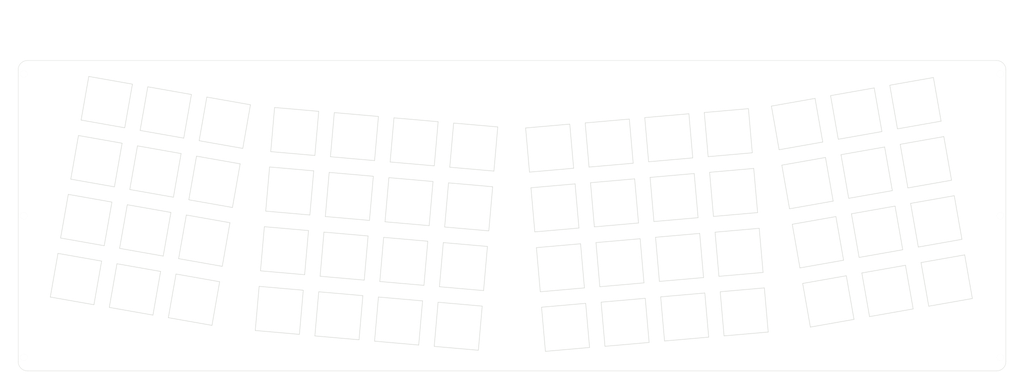
<source format=kicad_pcb>
(kicad_pcb (version 20171130) (host pcbnew "(5.1.12-1-10_14)")

  (general
    (thickness 1.6)
    (drawings 50)
    (tracks 0)
    (zones 0)
    (modules 72)
    (nets 1)
  )

  (page A3)
  (layers
    (0 F.Cu signal)
    (31 B.Cu signal)
    (32 B.Adhes user)
    (33 F.Adhes user)
    (34 B.Paste user)
    (35 F.Paste user)
    (36 B.SilkS user)
    (37 F.SilkS user)
    (38 B.Mask user)
    (39 F.Mask user)
    (40 Dwgs.User user)
    (41 Cmts.User user)
    (42 Eco1.User user)
    (43 Eco2.User user)
    (44 Edge.Cuts user)
    (45 Margin user)
    (46 B.CrtYd user)
    (47 F.CrtYd user)
    (48 B.Fab user)
    (49 F.Fab user)
  )

  (setup
    (last_trace_width 0.5)
    (user_trace_width 0.5)
    (user_trace_width 0.5)
    (trace_clearance 0.2)
    (zone_clearance 0.508)
    (zone_45_only no)
    (trace_min 0.2)
    (via_size 0.8)
    (via_drill 0.4)
    (via_min_size 0.4)
    (via_min_drill 0.3)
    (uvia_size 0.3)
    (uvia_drill 0.1)
    (uvias_allowed no)
    (uvia_min_size 0.2)
    (uvia_min_drill 0.1)
    (edge_width 0.1)
    (segment_width 0.2)
    (pcb_text_width 0.3)
    (pcb_text_size 1.5 1.5)
    (mod_edge_width 0.15)
    (mod_text_size 1 1)
    (mod_text_width 0.15)
    (pad_size 2.2 2.2)
    (pad_drill 2.2)
    (pad_to_mask_clearance 0)
    (aux_axis_origin 0 0)
    (visible_elements 7FFFFFFF)
    (pcbplotparams
      (layerselection 0x01000_7ffffffe)
      (usegerberextensions true)
      (usegerberattributes false)
      (usegerberadvancedattributes false)
      (creategerberjobfile false)
      (excludeedgelayer true)
      (linewidth 0.100000)
      (plotframeref false)
      (viasonmask false)
      (mode 1)
      (useauxorigin false)
      (hpglpennumber 1)
      (hpglpenspeed 20)
      (hpglpendiameter 15.000000)
      (psnegative false)
      (psa4output false)
      (plotreference true)
      (plotvalue true)
      (plotinvisibletext false)
      (padsonsilk false)
      (subtractmaskfromsilk false)
      (outputformat 4)
      (mirror false)
      (drillshape 0)
      (scaleselection 1)
      (outputdirectory "C:/Users/サリチル酸/Desktop/"))
  )

  (net 0 "")

  (net_class Default "これはデフォルトのネット クラスです。"
    (clearance 0.2)
    (trace_width 0.25)
    (via_dia 0.8)
    (via_drill 0.4)
    (uvia_dia 0.3)
    (uvia_drill 0.1)
  )

  (module kbd_SW_Hole:SW_Hole_1u (layer F.Cu) (tedit 60F58A59) (tstamp 61CFD594)
    (at 32.673053 86.813701 350)
    (path /5C3DCEFA)
    (fp_text reference SW4 (at 7 8.1 170) (layer F.SilkS) hide
      (effects (font (size 1 1) (thickness 0.15)))
    )
    (fp_text value SW_PUSH (at -7.4 -8.1 170) (layer F.Fab) hide
      (effects (font (size 1 1) (thickness 0.15)))
    )
    (fp_line (start -7.05 -7.05) (end 7.05 -7.05) (layer Edge.Cuts) (width 0.15))
    (fp_line (start 7.05 -7.05) (end 7.05 7.05) (layer Edge.Cuts) (width 0.15))
    (fp_line (start 7.05 7.05) (end -7.05 7.05) (layer Edge.Cuts) (width 0.15))
    (fp_line (start -7.05 7.05) (end -7.05 -7.05) (layer Edge.Cuts) (width 0.15))
    (fp_line (start 9.525 -9.525) (end -9.525 -9.525) (layer F.Fab) (width 0.15))
    (fp_line (start -9.525 -9.525) (end -9.525 9.525) (layer F.Fab) (width 0.15))
    (fp_line (start -9.525 9.525) (end 9.525 9.525) (layer F.Fab) (width 0.15))
    (fp_line (start 9.525 9.525) (end 9.525 -9.525) (layer F.Fab) (width 0.15))
  )

  (module kbd_SW_Hole:SW_Hole_1u (layer F.Cu) (tedit 60F58A59) (tstamp 61CFD589)
    (at 35.9518 68.031192 350)
    (path /5C3DCEFA)
    (fp_text reference SW3 (at 7 8.1 170) (layer F.SilkS) hide
      (effects (font (size 1 1) (thickness 0.15)))
    )
    (fp_text value SW_PUSH (at -7.4 -8.1 170) (layer F.Fab) hide
      (effects (font (size 1 1) (thickness 0.15)))
    )
    (fp_line (start 9.525 9.525) (end 9.525 -9.525) (layer F.Fab) (width 0.15))
    (fp_line (start -9.525 9.525) (end 9.525 9.525) (layer F.Fab) (width 0.15))
    (fp_line (start -9.525 -9.525) (end -9.525 9.525) (layer F.Fab) (width 0.15))
    (fp_line (start 9.525 -9.525) (end -9.525 -9.525) (layer F.Fab) (width 0.15))
    (fp_line (start -7.05 7.05) (end -7.05 -7.05) (layer Edge.Cuts) (width 0.15))
    (fp_line (start 7.05 7.05) (end -7.05 7.05) (layer Edge.Cuts) (width 0.15))
    (fp_line (start 7.05 -7.05) (end 7.05 7.05) (layer Edge.Cuts) (width 0.15))
    (fp_line (start -7.05 -7.05) (end 7.05 -7.05) (layer Edge.Cuts) (width 0.15))
  )

  (module kbd_SW_Hole:SW_Hole_1u (layer F.Cu) (tedit 60F58A59) (tstamp 61CFD57E)
    (at 39.194822 49.297706 350)
    (path /5C3DCEFA)
    (fp_text reference SW2 (at 7 8.1 170) (layer F.SilkS) hide
      (effects (font (size 1 1) (thickness 0.15)))
    )
    (fp_text value SW_PUSH (at -7.4 -8.1 170) (layer F.Fab) hide
      (effects (font (size 1 1) (thickness 0.15)))
    )
    (fp_line (start -7.05 -7.05) (end 7.05 -7.05) (layer Edge.Cuts) (width 0.15))
    (fp_line (start 7.05 -7.05) (end 7.05 7.05) (layer Edge.Cuts) (width 0.15))
    (fp_line (start 7.05 7.05) (end -7.05 7.05) (layer Edge.Cuts) (width 0.15))
    (fp_line (start -7.05 7.05) (end -7.05 -7.05) (layer Edge.Cuts) (width 0.15))
    (fp_line (start 9.525 -9.525) (end -9.525 -9.525) (layer F.Fab) (width 0.15))
    (fp_line (start -9.525 -9.525) (end -9.525 9.525) (layer F.Fab) (width 0.15))
    (fp_line (start -9.525 9.525) (end 9.525 9.525) (layer F.Fab) (width 0.15))
    (fp_line (start 9.525 9.525) (end 9.525 -9.525) (layer F.Fab) (width 0.15))
  )

  (module kbd_SW_Hole:SW_Hole_1u (layer F.Cu) (tedit 60F58A59) (tstamp 61CFD573)
    (at 42.476964 30.498694 350)
    (path /5C3DCEFA)
    (fp_text reference SW1 (at 7 8.1 170) (layer F.SilkS) hide
      (effects (font (size 1 1) (thickness 0.15)))
    )
    (fp_text value SW_PUSH (at -7.4 -8.1 170) (layer F.Fab) hide
      (effects (font (size 1 1) (thickness 0.15)))
    )
    (fp_line (start 9.525 9.525) (end 9.525 -9.525) (layer F.Fab) (width 0.15))
    (fp_line (start -9.525 9.525) (end 9.525 9.525) (layer F.Fab) (width 0.15))
    (fp_line (start -9.525 -9.525) (end -9.525 9.525) (layer F.Fab) (width 0.15))
    (fp_line (start 9.525 -9.525) (end -9.525 -9.525) (layer F.Fab) (width 0.15))
    (fp_line (start -7.05 7.05) (end -7.05 -7.05) (layer Edge.Cuts) (width 0.15))
    (fp_line (start 7.05 7.05) (end -7.05 7.05) (layer Edge.Cuts) (width 0.15))
    (fp_line (start 7.05 -7.05) (end 7.05 7.05) (layer Edge.Cuts) (width 0.15))
    (fp_line (start -7.05 -7.05) (end 7.05 -7.05) (layer Edge.Cuts) (width 0.15))
  )

  (module kbd_SW_Hole:SW_Hole_1u (layer F.Cu) (tedit 60F58A59) (tstamp 61CFD53C)
    (at 51.449078 90.108768 350)
    (path /5C3DCEFA)
    (fp_text reference SW8 (at 7 8.1 170) (layer F.SilkS) hide
      (effects (font (size 1 1) (thickness 0.15)))
    )
    (fp_text value SW_PUSH (at -7.4 -8.1 170) (layer F.Fab) hide
      (effects (font (size 1 1) (thickness 0.15)))
    )
    (fp_line (start 9.525 9.525) (end 9.525 -9.525) (layer F.Fab) (width 0.15))
    (fp_line (start -9.525 9.525) (end 9.525 9.525) (layer F.Fab) (width 0.15))
    (fp_line (start -9.525 -9.525) (end -9.525 9.525) (layer F.Fab) (width 0.15))
    (fp_line (start 9.525 -9.525) (end -9.525 -9.525) (layer F.Fab) (width 0.15))
    (fp_line (start -7.05 7.05) (end -7.05 -7.05) (layer Edge.Cuts) (width 0.15))
    (fp_line (start 7.05 7.05) (end -7.05 7.05) (layer Edge.Cuts) (width 0.15))
    (fp_line (start 7.05 -7.05) (end 7.05 7.05) (layer Edge.Cuts) (width 0.15))
    (fp_line (start -7.05 -7.05) (end 7.05 -7.05) (layer Edge.Cuts) (width 0.15))
  )

  (module kbd_SW_Hole:SW_Hole_1u (layer F.Cu) (tedit 60F58A59) (tstamp 61CFD531)
    (at 54.727825 71.326259 350)
    (path /5C3DCEFA)
    (fp_text reference SW7 (at 7 8.1 170) (layer F.SilkS) hide
      (effects (font (size 1 1) (thickness 0.15)))
    )
    (fp_text value SW_PUSH (at -7.4 -8.1 170) (layer F.Fab) hide
      (effects (font (size 1 1) (thickness 0.15)))
    )
    (fp_line (start -7.05 -7.05) (end 7.05 -7.05) (layer Edge.Cuts) (width 0.15))
    (fp_line (start 7.05 -7.05) (end 7.05 7.05) (layer Edge.Cuts) (width 0.15))
    (fp_line (start 7.05 7.05) (end -7.05 7.05) (layer Edge.Cuts) (width 0.15))
    (fp_line (start -7.05 7.05) (end -7.05 -7.05) (layer Edge.Cuts) (width 0.15))
    (fp_line (start 9.525 -9.525) (end -9.525 -9.525) (layer F.Fab) (width 0.15))
    (fp_line (start -9.525 -9.525) (end -9.525 9.525) (layer F.Fab) (width 0.15))
    (fp_line (start -9.525 9.525) (end 9.525 9.525) (layer F.Fab) (width 0.15))
    (fp_line (start 9.525 9.525) (end 9.525 -9.525) (layer F.Fab) (width 0.15))
  )

  (module kbd_SW_Hole:SW_Hole_1u (layer F.Cu) (tedit 60F58A59) (tstamp 61CFD526)
    (at 57.970847 52.592773 350)
    (path /5C3DCEFA)
    (fp_text reference SW6 (at 7 8.1 170) (layer F.SilkS) hide
      (effects (font (size 1 1) (thickness 0.15)))
    )
    (fp_text value SW_PUSH (at -7.4 -8.1 170) (layer F.Fab) hide
      (effects (font (size 1 1) (thickness 0.15)))
    )
    (fp_line (start 9.525 9.525) (end 9.525 -9.525) (layer F.Fab) (width 0.15))
    (fp_line (start -9.525 9.525) (end 9.525 9.525) (layer F.Fab) (width 0.15))
    (fp_line (start -9.525 -9.525) (end -9.525 9.525) (layer F.Fab) (width 0.15))
    (fp_line (start 9.525 -9.525) (end -9.525 -9.525) (layer F.Fab) (width 0.15))
    (fp_line (start -7.05 7.05) (end -7.05 -7.05) (layer Edge.Cuts) (width 0.15))
    (fp_line (start 7.05 7.05) (end -7.05 7.05) (layer Edge.Cuts) (width 0.15))
    (fp_line (start 7.05 -7.05) (end 7.05 7.05) (layer Edge.Cuts) (width 0.15))
    (fp_line (start -7.05 -7.05) (end 7.05 -7.05) (layer Edge.Cuts) (width 0.15))
  )

  (module kbd_SW_Hole:SW_Hole_1u (layer F.Cu) (tedit 60F58A59) (tstamp 61CFD51B)
    (at 61.252989 33.793761 350)
    (path /5C3DCEFA)
    (fp_text reference SW5 (at 7 8.1 170) (layer F.SilkS) hide
      (effects (font (size 1 1) (thickness 0.15)))
    )
    (fp_text value SW_PUSH (at -7.4 -8.1 170) (layer F.Fab) hide
      (effects (font (size 1 1) (thickness 0.15)))
    )
    (fp_line (start -7.05 -7.05) (end 7.05 -7.05) (layer Edge.Cuts) (width 0.15))
    (fp_line (start 7.05 -7.05) (end 7.05 7.05) (layer Edge.Cuts) (width 0.15))
    (fp_line (start 7.05 7.05) (end -7.05 7.05) (layer Edge.Cuts) (width 0.15))
    (fp_line (start -7.05 7.05) (end -7.05 -7.05) (layer Edge.Cuts) (width 0.15))
    (fp_line (start 9.525 -9.525) (end -9.525 -9.525) (layer F.Fab) (width 0.15))
    (fp_line (start -9.525 -9.525) (end -9.525 9.525) (layer F.Fab) (width 0.15))
    (fp_line (start -9.525 9.525) (end 9.525 9.525) (layer F.Fab) (width 0.15))
    (fp_line (start 9.525 9.525) (end 9.525 -9.525) (layer F.Fab) (width 0.15))
  )

  (module kbd_SW_Hole:SW_Hole_1u (layer F.Cu) (tedit 60F58A59) (tstamp 61CFD483)
    (at 70.238069 93.379892 350)
    (path /5C3DCEFA)
    (fp_text reference SW12 (at 7 8.1 170) (layer F.SilkS) hide
      (effects (font (size 1 1) (thickness 0.15)))
    )
    (fp_text value SW_PUSH (at -7.4 -8.1 170) (layer F.Fab) hide
      (effects (font (size 1 1) (thickness 0.15)))
    )
    (fp_line (start -7.05 -7.05) (end 7.05 -7.05) (layer Edge.Cuts) (width 0.15))
    (fp_line (start 7.05 -7.05) (end 7.05 7.05) (layer Edge.Cuts) (width 0.15))
    (fp_line (start 7.05 7.05) (end -7.05 7.05) (layer Edge.Cuts) (width 0.15))
    (fp_line (start -7.05 7.05) (end -7.05 -7.05) (layer Edge.Cuts) (width 0.15))
    (fp_line (start 9.525 -9.525) (end -9.525 -9.525) (layer F.Fab) (width 0.15))
    (fp_line (start -9.525 -9.525) (end -9.525 9.525) (layer F.Fab) (width 0.15))
    (fp_line (start -9.525 9.525) (end 9.525 9.525) (layer F.Fab) (width 0.15))
    (fp_line (start 9.525 9.525) (end 9.525 -9.525) (layer F.Fab) (width 0.15))
  )

  (module kbd_SW_Hole:SW_Hole_1u (layer F.Cu) (tedit 60F58A59) (tstamp 61CFD46D)
    (at 73.516816 74.597383 350)
    (path /5C3DCEFA)
    (fp_text reference SW11 (at 7 8.1 170) (layer F.SilkS) hide
      (effects (font (size 1 1) (thickness 0.15)))
    )
    (fp_text value SW_PUSH (at -7.4 -8.1 170) (layer F.Fab) hide
      (effects (font (size 1 1) (thickness 0.15)))
    )
    (fp_line (start 9.525 9.525) (end 9.525 -9.525) (layer F.Fab) (width 0.15))
    (fp_line (start -9.525 9.525) (end 9.525 9.525) (layer F.Fab) (width 0.15))
    (fp_line (start -9.525 -9.525) (end -9.525 9.525) (layer F.Fab) (width 0.15))
    (fp_line (start 9.525 -9.525) (end -9.525 -9.525) (layer F.Fab) (width 0.15))
    (fp_line (start -7.05 7.05) (end -7.05 -7.05) (layer Edge.Cuts) (width 0.15))
    (fp_line (start 7.05 7.05) (end -7.05 7.05) (layer Edge.Cuts) (width 0.15))
    (fp_line (start 7.05 -7.05) (end 7.05 7.05) (layer Edge.Cuts) (width 0.15))
    (fp_line (start -7.05 -7.05) (end 7.05 -7.05) (layer Edge.Cuts) (width 0.15))
  )

  (module kbd_SW_Hole:SW_Hole_1u (layer F.Cu) (tedit 60F58A59) (tstamp 61CFD457)
    (at 76.759838 55.863897 350)
    (path /5C3DCEFA)
    (fp_text reference SW10 (at 7 8.1 170) (layer F.SilkS) hide
      (effects (font (size 1 1) (thickness 0.15)))
    )
    (fp_text value SW_PUSH (at -7.4 -8.1 170) (layer F.Fab) hide
      (effects (font (size 1 1) (thickness 0.15)))
    )
    (fp_line (start -7.05 -7.05) (end 7.05 -7.05) (layer Edge.Cuts) (width 0.15))
    (fp_line (start 7.05 -7.05) (end 7.05 7.05) (layer Edge.Cuts) (width 0.15))
    (fp_line (start 7.05 7.05) (end -7.05 7.05) (layer Edge.Cuts) (width 0.15))
    (fp_line (start -7.05 7.05) (end -7.05 -7.05) (layer Edge.Cuts) (width 0.15))
    (fp_line (start 9.525 -9.525) (end -9.525 -9.525) (layer F.Fab) (width 0.15))
    (fp_line (start -9.525 -9.525) (end -9.525 9.525) (layer F.Fab) (width 0.15))
    (fp_line (start -9.525 9.525) (end 9.525 9.525) (layer F.Fab) (width 0.15))
    (fp_line (start 9.525 9.525) (end 9.525 -9.525) (layer F.Fab) (width 0.15))
  )

  (module kbd_SW_Hole:SW_Hole_1u (layer F.Cu) (tedit 60F58A59) (tstamp 60A29976)
    (at 80.04198 37.064885 350)
    (path /5C3DCEFA)
    (fp_text reference SW9 (at 7 8.1 170) (layer F.SilkS) hide
      (effects (font (size 1 1) (thickness 0.15)))
    )
    (fp_text value SW_PUSH (at -7.4 -8.1 170) (layer F.Fab) hide
      (effects (font (size 1 1) (thickness 0.15)))
    )
    (fp_line (start 9.525 9.525) (end 9.525 -9.525) (layer F.Fab) (width 0.15))
    (fp_line (start -9.525 9.525) (end 9.525 9.525) (layer F.Fab) (width 0.15))
    (fp_line (start -9.525 -9.525) (end -9.525 9.525) (layer F.Fab) (width 0.15))
    (fp_line (start 9.525 -9.525) (end -9.525 -9.525) (layer F.Fab) (width 0.15))
    (fp_line (start -7.05 7.05) (end -7.05 -7.05) (layer Edge.Cuts) (width 0.15))
    (fp_line (start 7.05 7.05) (end -7.05 7.05) (layer Edge.Cuts) (width 0.15))
    (fp_line (start 7.05 -7.05) (end 7.05 7.05) (layer Edge.Cuts) (width 0.15))
    (fp_line (start -7.05 -7.05) (end 7.05 -7.05) (layer Edge.Cuts) (width 0.15))
  )

  (module kbd_SW_Hole:SW_Hole_1u (layer F.Cu) (tedit 60F58A59) (tstamp 61CFD1BD)
    (at 102.298488 39.848087 355)
    (path /5C3DCEFA)
    (fp_text reference SW13 (at 7 8.1 175) (layer F.SilkS) hide
      (effects (font (size 1 1) (thickness 0.15)))
    )
    (fp_text value SW_PUSH (at -7.4 -8.1 175) (layer F.Fab) hide
      (effects (font (size 1 1) (thickness 0.15)))
    )
    (fp_line (start -7.05 -7.05) (end 7.05 -7.05) (layer Edge.Cuts) (width 0.15))
    (fp_line (start 7.05 -7.05) (end 7.05 7.05) (layer Edge.Cuts) (width 0.15))
    (fp_line (start 7.05 7.05) (end -7.05 7.05) (layer Edge.Cuts) (width 0.15))
    (fp_line (start -7.05 7.05) (end -7.05 -7.05) (layer Edge.Cuts) (width 0.15))
    (fp_line (start 9.525 -9.525) (end -9.525 -9.525) (layer F.Fab) (width 0.15))
    (fp_line (start -9.525 -9.525) (end -9.525 9.525) (layer F.Fab) (width 0.15))
    (fp_line (start -9.525 9.525) (end 9.525 9.525) (layer F.Fab) (width 0.15))
    (fp_line (start 9.525 9.525) (end 9.525 -9.525) (layer F.Fab) (width 0.15))
  )

  (module kbd_SW_Hole:SW_Hole_1u (layer F.Cu) (tedit 60F58A59) (tstamp 61CFD1B2)
    (at 100.703858 58.78086 355)
    (path /5C3DCEFA)
    (fp_text reference SW14 (at 7 8.1 175) (layer F.SilkS) hide
      (effects (font (size 1 1) (thickness 0.15)))
    )
    (fp_text value SW_PUSH (at -7.4 -8.1 175) (layer F.Fab) hide
      (effects (font (size 1 1) (thickness 0.15)))
    )
    (fp_line (start 9.525 9.525) (end 9.525 -9.525) (layer F.Fab) (width 0.15))
    (fp_line (start -9.525 9.525) (end 9.525 9.525) (layer F.Fab) (width 0.15))
    (fp_line (start -9.525 -9.525) (end -9.525 9.525) (layer F.Fab) (width 0.15))
    (fp_line (start 9.525 -9.525) (end -9.525 -9.525) (layer F.Fab) (width 0.15))
    (fp_line (start -7.05 7.05) (end -7.05 -7.05) (layer Edge.Cuts) (width 0.15))
    (fp_line (start 7.05 7.05) (end -7.05 7.05) (layer Edge.Cuts) (width 0.15))
    (fp_line (start 7.05 -7.05) (end 7.05 7.05) (layer Edge.Cuts) (width 0.15))
    (fp_line (start -7.05 -7.05) (end 7.05 -7.05) (layer Edge.Cuts) (width 0.15))
  )

  (module kbd_SW_Hole:SW_Hole_1u (layer F.Cu) (tedit 60F58A59) (tstamp 61CFD1A7)
    (at 97.37633 96.773948 355)
    (path /5C3DCEFA)
    (fp_text reference SW16 (at 7 8.1 175) (layer F.SilkS) hide
      (effects (font (size 1 1) (thickness 0.15)))
    )
    (fp_text value SW_PUSH (at -7.4 -8.1 175) (layer F.Fab) hide
      (effects (font (size 1 1) (thickness 0.15)))
    )
    (fp_line (start 9.525 9.525) (end 9.525 -9.525) (layer F.Fab) (width 0.15))
    (fp_line (start -9.525 9.525) (end 9.525 9.525) (layer F.Fab) (width 0.15))
    (fp_line (start -9.525 -9.525) (end -9.525 9.525) (layer F.Fab) (width 0.15))
    (fp_line (start 9.525 -9.525) (end -9.525 -9.525) (layer F.Fab) (width 0.15))
    (fp_line (start -7.05 7.05) (end -7.05 -7.05) (layer Edge.Cuts) (width 0.15))
    (fp_line (start 7.05 7.05) (end -7.05 7.05) (layer Edge.Cuts) (width 0.15))
    (fp_line (start 7.05 -7.05) (end 7.05 7.05) (layer Edge.Cuts) (width 0.15))
    (fp_line (start -7.05 -7.05) (end 7.05 -7.05) (layer Edge.Cuts) (width 0.15))
  )

  (module kbd_SW_Hole:SW_Hole_1u (layer F.Cu) (tedit 60F58A59) (tstamp 61CFD19C)
    (at 99.040094 77.786243 355)
    (path /5C3DCEFA)
    (fp_text reference SW15 (at 7 8.1 175) (layer F.SilkS) hide
      (effects (font (size 1 1) (thickness 0.15)))
    )
    (fp_text value SW_PUSH (at -7.4 -8.1 175) (layer F.Fab) hide
      (effects (font (size 1 1) (thickness 0.15)))
    )
    (fp_line (start -7.05 -7.05) (end 7.05 -7.05) (layer Edge.Cuts) (width 0.15))
    (fp_line (start 7.05 -7.05) (end 7.05 7.05) (layer Edge.Cuts) (width 0.15))
    (fp_line (start 7.05 7.05) (end -7.05 7.05) (layer Edge.Cuts) (width 0.15))
    (fp_line (start -7.05 7.05) (end -7.05 -7.05) (layer Edge.Cuts) (width 0.15))
    (fp_line (start 9.525 -9.525) (end -9.525 -9.525) (layer F.Fab) (width 0.15))
    (fp_line (start -9.525 -9.525) (end -9.525 9.525) (layer F.Fab) (width 0.15))
    (fp_line (start -9.525 9.525) (end 9.525 9.525) (layer F.Fab) (width 0.15))
    (fp_line (start 9.525 9.525) (end 9.525 -9.525) (layer F.Fab) (width 0.15))
  )

  (module kbd_SW_Hole:SW_Hole_1u (layer F.Cu) (tedit 60F58A59) (tstamp 61CFD165)
    (at 119.672277 60.505958 355)
    (path /5C3DCEFA)
    (fp_text reference SW18 (at 7 8.1 175) (layer F.SilkS) hide
      (effects (font (size 1 1) (thickness 0.15)))
    )
    (fp_text value SW_PUSH (at -7.4 -8.1 175) (layer F.Fab) hide
      (effects (font (size 1 1) (thickness 0.15)))
    )
    (fp_line (start -7.05 -7.05) (end 7.05 -7.05) (layer Edge.Cuts) (width 0.15))
    (fp_line (start 7.05 -7.05) (end 7.05 7.05) (layer Edge.Cuts) (width 0.15))
    (fp_line (start 7.05 7.05) (end -7.05 7.05) (layer Edge.Cuts) (width 0.15))
    (fp_line (start -7.05 7.05) (end -7.05 -7.05) (layer Edge.Cuts) (width 0.15))
    (fp_line (start 9.525 -9.525) (end -9.525 -9.525) (layer F.Fab) (width 0.15))
    (fp_line (start -9.525 -9.525) (end -9.525 9.525) (layer F.Fab) (width 0.15))
    (fp_line (start -9.525 9.525) (end 9.525 9.525) (layer F.Fab) (width 0.15))
    (fp_line (start 9.525 9.525) (end 9.525 -9.525) (layer F.Fab) (width 0.15))
  )

  (module kbd_SW_Hole:SW_Hole_1u (layer F.Cu) (tedit 60F58A59) (tstamp 61CFD15A)
    (at 116.344749 98.499046 355)
    (path /5C3DCEFA)
    (fp_text reference SW20 (at 7 8.1 175) (layer F.SilkS) hide
      (effects (font (size 1 1) (thickness 0.15)))
    )
    (fp_text value SW_PUSH (at -7.4 -8.1 175) (layer F.Fab) hide
      (effects (font (size 1 1) (thickness 0.15)))
    )
    (fp_line (start -7.05 -7.05) (end 7.05 -7.05) (layer Edge.Cuts) (width 0.15))
    (fp_line (start 7.05 -7.05) (end 7.05 7.05) (layer Edge.Cuts) (width 0.15))
    (fp_line (start 7.05 7.05) (end -7.05 7.05) (layer Edge.Cuts) (width 0.15))
    (fp_line (start -7.05 7.05) (end -7.05 -7.05) (layer Edge.Cuts) (width 0.15))
    (fp_line (start 9.525 -9.525) (end -9.525 -9.525) (layer F.Fab) (width 0.15))
    (fp_line (start -9.525 -9.525) (end -9.525 9.525) (layer F.Fab) (width 0.15))
    (fp_line (start -9.525 9.525) (end 9.525 9.525) (layer F.Fab) (width 0.15))
    (fp_line (start 9.525 9.525) (end 9.525 -9.525) (layer F.Fab) (width 0.15))
  )

  (module kbd_SW_Hole:SW_Hole_1u (layer F.Cu) (tedit 60F58A59) (tstamp 61CFD14F)
    (at 121.297858 41.475899 355)
    (path /5C3DCEFA)
    (fp_text reference SW17 (at 7 8.1 175) (layer F.SilkS) hide
      (effects (font (size 1 1) (thickness 0.15)))
    )
    (fp_text value SW_PUSH (at -7.4 -8.1 175) (layer F.Fab) hide
      (effects (font (size 1 1) (thickness 0.15)))
    )
    (fp_line (start 9.525 9.525) (end 9.525 -9.525) (layer F.Fab) (width 0.15))
    (fp_line (start -9.525 9.525) (end 9.525 9.525) (layer F.Fab) (width 0.15))
    (fp_line (start -9.525 -9.525) (end -9.525 9.525) (layer F.Fab) (width 0.15))
    (fp_line (start 9.525 -9.525) (end -9.525 -9.525) (layer F.Fab) (width 0.15))
    (fp_line (start -7.05 7.05) (end -7.05 -7.05) (layer Edge.Cuts) (width 0.15))
    (fp_line (start 7.05 7.05) (end -7.05 7.05) (layer Edge.Cuts) (width 0.15))
    (fp_line (start 7.05 -7.05) (end 7.05 7.05) (layer Edge.Cuts) (width 0.15))
    (fp_line (start -7.05 -7.05) (end 7.05 -7.05) (layer Edge.Cuts) (width 0.15))
  )

  (module kbd_SW_Hole:SW_Hole_1u (layer F.Cu) (tedit 60F58A59) (tstamp 61CFD144)
    (at 118.008513 79.511341 355)
    (path /5C3DCEFA)
    (fp_text reference SW19 (at 7 8.1 175) (layer F.SilkS) hide
      (effects (font (size 1 1) (thickness 0.15)))
    )
    (fp_text value SW_PUSH (at -7.4 -8.1 175) (layer F.Fab) hide
      (effects (font (size 1 1) (thickness 0.15)))
    )
    (fp_line (start 9.525 9.525) (end 9.525 -9.525) (layer F.Fab) (width 0.15))
    (fp_line (start -9.525 9.525) (end 9.525 9.525) (layer F.Fab) (width 0.15))
    (fp_line (start -9.525 -9.525) (end -9.525 9.525) (layer F.Fab) (width 0.15))
    (fp_line (start 9.525 -9.525) (end -9.525 -9.525) (layer F.Fab) (width 0.15))
    (fp_line (start -7.05 7.05) (end -7.05 -7.05) (layer Edge.Cuts) (width 0.15))
    (fp_line (start 7.05 7.05) (end -7.05 7.05) (layer Edge.Cuts) (width 0.15))
    (fp_line (start 7.05 -7.05) (end 7.05 7.05) (layer Edge.Cuts) (width 0.15))
    (fp_line (start -7.05 -7.05) (end 7.05 -7.05) (layer Edge.Cuts) (width 0.15))
  )

  (module kbd_SW_Hole:SW_Hole_1u (layer F.Cu) (tedit 60F58A59) (tstamp 61CFD10D)
    (at 138.670416 62.174294 355)
    (path /5C3DCEFA)
    (fp_text reference SW22 (at 7 8.1 175) (layer F.SilkS) hide
      (effects (font (size 1 1) (thickness 0.15)))
    )
    (fp_text value SW_PUSH (at -7.4 -8.1 175) (layer F.Fab) hide
      (effects (font (size 1 1) (thickness 0.15)))
    )
    (fp_line (start 9.525 9.525) (end 9.525 -9.525) (layer F.Fab) (width 0.15))
    (fp_line (start -9.525 9.525) (end 9.525 9.525) (layer F.Fab) (width 0.15))
    (fp_line (start -9.525 -9.525) (end -9.525 9.525) (layer F.Fab) (width 0.15))
    (fp_line (start 9.525 -9.525) (end -9.525 -9.525) (layer F.Fab) (width 0.15))
    (fp_line (start -7.05 7.05) (end -7.05 -7.05) (layer Edge.Cuts) (width 0.15))
    (fp_line (start 7.05 7.05) (end -7.05 7.05) (layer Edge.Cuts) (width 0.15))
    (fp_line (start 7.05 -7.05) (end 7.05 7.05) (layer Edge.Cuts) (width 0.15))
    (fp_line (start -7.05 -7.05) (end 7.05 -7.05) (layer Edge.Cuts) (width 0.15))
  )

  (module kbd_SW_Hole:SW_Hole_1u (layer F.Cu) (tedit 60F58A59) (tstamp 61CFD102)
    (at 140.295997 43.144235 355)
    (path /5C3DCEFA)
    (fp_text reference SW21 (at 7 8.1 175) (layer F.SilkS) hide
      (effects (font (size 1 1) (thickness 0.15)))
    )
    (fp_text value SW_PUSH (at -7.4 -8.1 175) (layer F.Fab) hide
      (effects (font (size 1 1) (thickness 0.15)))
    )
    (fp_line (start -7.05 -7.05) (end 7.05 -7.05) (layer Edge.Cuts) (width 0.15))
    (fp_line (start 7.05 -7.05) (end 7.05 7.05) (layer Edge.Cuts) (width 0.15))
    (fp_line (start 7.05 7.05) (end -7.05 7.05) (layer Edge.Cuts) (width 0.15))
    (fp_line (start -7.05 7.05) (end -7.05 -7.05) (layer Edge.Cuts) (width 0.15))
    (fp_line (start 9.525 -9.525) (end -9.525 -9.525) (layer F.Fab) (width 0.15))
    (fp_line (start -9.525 -9.525) (end -9.525 9.525) (layer F.Fab) (width 0.15))
    (fp_line (start -9.525 9.525) (end 9.525 9.525) (layer F.Fab) (width 0.15))
    (fp_line (start 9.525 9.525) (end 9.525 -9.525) (layer F.Fab) (width 0.15))
  )

  (module kbd_SW_Hole:SW_Hole_1u (layer F.Cu) (tedit 60F58A59) (tstamp 61CFD0F7)
    (at 135.342888 100.167382 355)
    (path /5C3DCEFA)
    (fp_text reference SW24 (at 7 8.1 175) (layer F.SilkS) hide
      (effects (font (size 1 1) (thickness 0.15)))
    )
    (fp_text value SW_PUSH (at -7.4 -8.1 175) (layer F.Fab) hide
      (effects (font (size 1 1) (thickness 0.15)))
    )
    (fp_line (start 9.525 9.525) (end 9.525 -9.525) (layer F.Fab) (width 0.15))
    (fp_line (start -9.525 9.525) (end 9.525 9.525) (layer F.Fab) (width 0.15))
    (fp_line (start -9.525 -9.525) (end -9.525 9.525) (layer F.Fab) (width 0.15))
    (fp_line (start 9.525 -9.525) (end -9.525 -9.525) (layer F.Fab) (width 0.15))
    (fp_line (start -7.05 7.05) (end -7.05 -7.05) (layer Edge.Cuts) (width 0.15))
    (fp_line (start 7.05 7.05) (end -7.05 7.05) (layer Edge.Cuts) (width 0.15))
    (fp_line (start 7.05 -7.05) (end 7.05 7.05) (layer Edge.Cuts) (width 0.15))
    (fp_line (start -7.05 -7.05) (end 7.05 -7.05) (layer Edge.Cuts) (width 0.15))
  )

  (module kbd_SW_Hole:SW_Hole_1u (layer F.Cu) (tedit 60F58A59) (tstamp 61CFD0EC)
    (at 137.006652 81.179677 355)
    (path /5C3DCEFA)
    (fp_text reference SW23 (at 7 8.1 175) (layer F.SilkS) hide
      (effects (font (size 1 1) (thickness 0.15)))
    )
    (fp_text value SW_PUSH (at -7.4 -8.1 175) (layer F.Fab) hide
      (effects (font (size 1 1) (thickness 0.15)))
    )
    (fp_line (start -7.05 -7.05) (end 7.05 -7.05) (layer Edge.Cuts) (width 0.15))
    (fp_line (start 7.05 -7.05) (end 7.05 7.05) (layer Edge.Cuts) (width 0.15))
    (fp_line (start 7.05 7.05) (end -7.05 7.05) (layer Edge.Cuts) (width 0.15))
    (fp_line (start -7.05 7.05) (end -7.05 -7.05) (layer Edge.Cuts) (width 0.15))
    (fp_line (start 9.525 -9.525) (end -9.525 -9.525) (layer F.Fab) (width 0.15))
    (fp_line (start -9.525 -9.525) (end -9.525 9.525) (layer F.Fab) (width 0.15))
    (fp_line (start -9.525 9.525) (end 9.525 9.525) (layer F.Fab) (width 0.15))
    (fp_line (start 9.525 9.525) (end 9.525 -9.525) (layer F.Fab) (width 0.15))
  )

  (module kbd_SW_Hole:SW_Hole_1u (layer F.Cu) (tedit 60F58A59) (tstamp 61CFCF6E)
    (at 154.324242 101.831967 355)
    (path /5C3DCEFA)
    (fp_text reference SW28 (at 7 8.1 175) (layer F.SilkS) hide
      (effects (font (size 1 1) (thickness 0.15)))
    )
    (fp_text value SW_PUSH (at -7.4 -8.1 175) (layer F.Fab) hide
      (effects (font (size 1 1) (thickness 0.15)))
    )
    (fp_line (start -7.05 -7.05) (end 7.05 -7.05) (layer Edge.Cuts) (width 0.15))
    (fp_line (start 7.05 -7.05) (end 7.05 7.05) (layer Edge.Cuts) (width 0.15))
    (fp_line (start 7.05 7.05) (end -7.05 7.05) (layer Edge.Cuts) (width 0.15))
    (fp_line (start -7.05 7.05) (end -7.05 -7.05) (layer Edge.Cuts) (width 0.15))
    (fp_line (start 9.525 -9.525) (end -9.525 -9.525) (layer F.Fab) (width 0.15))
    (fp_line (start -9.525 -9.525) (end -9.525 9.525) (layer F.Fab) (width 0.15))
    (fp_line (start -9.525 9.525) (end 9.525 9.525) (layer F.Fab) (width 0.15))
    (fp_line (start 9.525 9.525) (end 9.525 -9.525) (layer F.Fab) (width 0.15))
  )

  (module kbd_SW_Hole:SW_Hole_1u (layer F.Cu) (tedit 60F58A59) (tstamp 61CFCF58)
    (at 155.988006 82.844262 355)
    (path /5C3DCEFA)
    (fp_text reference SW27 (at 7 8.1 175) (layer F.SilkS) hide
      (effects (font (size 1 1) (thickness 0.15)))
    )
    (fp_text value SW_PUSH (at -7.4 -8.1 175) (layer F.Fab) hide
      (effects (font (size 1 1) (thickness 0.15)))
    )
    (fp_line (start 9.525 9.525) (end 9.525 -9.525) (layer F.Fab) (width 0.15))
    (fp_line (start -9.525 9.525) (end 9.525 9.525) (layer F.Fab) (width 0.15))
    (fp_line (start -9.525 -9.525) (end -9.525 9.525) (layer F.Fab) (width 0.15))
    (fp_line (start 9.525 -9.525) (end -9.525 -9.525) (layer F.Fab) (width 0.15))
    (fp_line (start -7.05 7.05) (end -7.05 -7.05) (layer Edge.Cuts) (width 0.15))
    (fp_line (start 7.05 7.05) (end -7.05 7.05) (layer Edge.Cuts) (width 0.15))
    (fp_line (start 7.05 -7.05) (end 7.05 7.05) (layer Edge.Cuts) (width 0.15))
    (fp_line (start -7.05 -7.05) (end 7.05 -7.05) (layer Edge.Cuts) (width 0.15))
  )

  (module kbd_SW_Hole:SW_Hole_1u (layer F.Cu) (tedit 60F58A59) (tstamp 61CFCF42)
    (at 157.65177 63.838879 355)
    (path /5C3DCEFA)
    (fp_text reference SW26 (at 7 8.1 175) (layer F.SilkS) hide
      (effects (font (size 1 1) (thickness 0.15)))
    )
    (fp_text value SW_PUSH (at -7.4 -8.1 175) (layer F.Fab) hide
      (effects (font (size 1 1) (thickness 0.15)))
    )
    (fp_line (start -7.05 -7.05) (end 7.05 -7.05) (layer Edge.Cuts) (width 0.15))
    (fp_line (start 7.05 -7.05) (end 7.05 7.05) (layer Edge.Cuts) (width 0.15))
    (fp_line (start 7.05 7.05) (end -7.05 7.05) (layer Edge.Cuts) (width 0.15))
    (fp_line (start -7.05 7.05) (end -7.05 -7.05) (layer Edge.Cuts) (width 0.15))
    (fp_line (start 9.525 -9.525) (end -9.525 -9.525) (layer F.Fab) (width 0.15))
    (fp_line (start -9.525 -9.525) (end -9.525 9.525) (layer F.Fab) (width 0.15))
    (fp_line (start -9.525 9.525) (end 9.525 9.525) (layer F.Fab) (width 0.15))
    (fp_line (start 9.525 9.525) (end 9.525 -9.525) (layer F.Fab) (width 0.15))
  )

  (module kbd_SW_Hole:SW_Hole_1u (layer F.Cu) (tedit 60F58A59) (tstamp 61CFCAB6)
    (at 240.273159 40.220456 5)
    (path /5C3DCEFA)
    (fp_text reference SW41 (at 7 8.1 5) (layer F.SilkS) hide
      (effects (font (size 1 1) (thickness 0.15)))
    )
    (fp_text value SW_PUSH (at -7.4 -8.1 5) (layer F.Fab) hide
      (effects (font (size 1 1) (thickness 0.15)))
    )
    (fp_line (start -7.05 -7.05) (end 7.05 -7.05) (layer Edge.Cuts) (width 0.15))
    (fp_line (start 7.05 -7.05) (end 7.05 7.05) (layer Edge.Cuts) (width 0.15))
    (fp_line (start 7.05 7.05) (end -7.05 7.05) (layer Edge.Cuts) (width 0.15))
    (fp_line (start -7.05 7.05) (end -7.05 -7.05) (layer Edge.Cuts) (width 0.15))
    (fp_line (start 9.525 -9.525) (end -9.525 -9.525) (layer F.Fab) (width 0.15))
    (fp_line (start -9.525 -9.525) (end -9.525 9.525) (layer F.Fab) (width 0.15))
    (fp_line (start -9.525 9.525) (end 9.525 9.525) (layer F.Fab) (width 0.15))
    (fp_line (start 9.525 9.525) (end 9.525 -9.525) (layer F.Fab) (width 0.15))
  )

  (module kbd_SW_Hole:SW_Hole_1u (layer F.Cu) (tedit 60F58A59) (tstamp 61CFCAAB)
    (at 241.966013 59.244359 5)
    (path /5C3DCEFA)
    (fp_text reference SW42 (at 7 8.1 5) (layer F.SilkS) hide
      (effects (font (size 1 1) (thickness 0.15)))
    )
    (fp_text value SW_PUSH (at -7.4 -8.1 5) (layer F.Fab) hide
      (effects (font (size 1 1) (thickness 0.15)))
    )
    (fp_line (start 9.525 9.525) (end 9.525 -9.525) (layer F.Fab) (width 0.15))
    (fp_line (start -9.525 9.525) (end 9.525 9.525) (layer F.Fab) (width 0.15))
    (fp_line (start -9.525 -9.525) (end -9.525 9.525) (layer F.Fab) (width 0.15))
    (fp_line (start 9.525 -9.525) (end -9.525 -9.525) (layer F.Fab) (width 0.15))
    (fp_line (start -7.05 7.05) (end -7.05 -7.05) (layer Edge.Cuts) (width 0.15))
    (fp_line (start 7.05 7.05) (end -7.05 7.05) (layer Edge.Cuts) (width 0.15))
    (fp_line (start 7.05 -7.05) (end 7.05 7.05) (layer Edge.Cuts) (width 0.15))
    (fp_line (start -7.05 -7.05) (end 7.05 -7.05) (layer Edge.Cuts) (width 0.15))
  )

  (module kbd_SW_Hole:SW_Hole_1u (layer F.Cu) (tedit 60F58A59) (tstamp 61CFCAA0)
    (at 243.708197 78.2995 5)
    (path /5C3DCEFA)
    (fp_text reference SW43 (at 7 8.1 5) (layer F.SilkS) hide
      (effects (font (size 1 1) (thickness 0.15)))
    )
    (fp_text value SW_PUSH (at -7.4 -8.1 5) (layer F.Fab) hide
      (effects (font (size 1 1) (thickness 0.15)))
    )
    (fp_line (start -7.05 -7.05) (end 7.05 -7.05) (layer Edge.Cuts) (width 0.15))
    (fp_line (start 7.05 -7.05) (end 7.05 7.05) (layer Edge.Cuts) (width 0.15))
    (fp_line (start 7.05 7.05) (end -7.05 7.05) (layer Edge.Cuts) (width 0.15))
    (fp_line (start -7.05 7.05) (end -7.05 -7.05) (layer Edge.Cuts) (width 0.15))
    (fp_line (start 9.525 -9.525) (end -9.525 -9.525) (layer F.Fab) (width 0.15))
    (fp_line (start -9.525 -9.525) (end -9.525 9.525) (layer F.Fab) (width 0.15))
    (fp_line (start -9.525 9.525) (end 9.525 9.525) (layer F.Fab) (width 0.15))
    (fp_line (start 9.525 9.525) (end 9.525 -9.525) (layer F.Fab) (width 0.15))
  )

  (module kbd_SW_Hole:SW_Hole_1u (layer F.Cu) (tedit 60F58A59) (tstamp 61CFCA95)
    (at 245.341495 97.25904 5)
    (path /5C3DCEFA)
    (fp_text reference SW44 (at 7 8.1 5) (layer F.SilkS) hide
      (effects (font (size 1 1) (thickness 0.15)))
    )
    (fp_text value SW_PUSH (at -7.4 -8.1 5) (layer F.Fab) hide
      (effects (font (size 1 1) (thickness 0.15)))
    )
    (fp_line (start 9.525 9.525) (end 9.525 -9.525) (layer F.Fab) (width 0.15))
    (fp_line (start -9.525 9.525) (end 9.525 9.525) (layer F.Fab) (width 0.15))
    (fp_line (start -9.525 -9.525) (end -9.525 9.525) (layer F.Fab) (width 0.15))
    (fp_line (start 9.525 -9.525) (end -9.525 -9.525) (layer F.Fab) (width 0.15))
    (fp_line (start -7.05 7.05) (end -7.05 -7.05) (layer Edge.Cuts) (width 0.15))
    (fp_line (start 7.05 7.05) (end -7.05 7.05) (layer Edge.Cuts) (width 0.15))
    (fp_line (start 7.05 -7.05) (end 7.05 7.05) (layer Edge.Cuts) (width 0.15))
    (fp_line (start -7.05 -7.05) (end 7.05 -7.05) (layer Edge.Cuts) (width 0.15))
  )

  (module kbd_SW_Hole:SW_Hole_1u (layer F.Cu) (tedit 60F58A59) (tstamp 61CFC919)
    (at 226.396215 98.881907 5)
    (path /5C3DCEFA)
    (fp_text reference SW40 (at 7 8.1 5) (layer F.SilkS) hide
      (effects (font (size 1 1) (thickness 0.15)))
    )
    (fp_text value SW_PUSH (at -7.4 -8.1 5) (layer F.Fab) hide
      (effects (font (size 1 1) (thickness 0.15)))
    )
    (fp_line (start -7.05 -7.05) (end 7.05 -7.05) (layer Edge.Cuts) (width 0.15))
    (fp_line (start 7.05 -7.05) (end 7.05 7.05) (layer Edge.Cuts) (width 0.15))
    (fp_line (start 7.05 7.05) (end -7.05 7.05) (layer Edge.Cuts) (width 0.15))
    (fp_line (start -7.05 7.05) (end -7.05 -7.05) (layer Edge.Cuts) (width 0.15))
    (fp_line (start 9.525 -9.525) (end -9.525 -9.525) (layer F.Fab) (width 0.15))
    (fp_line (start -9.525 -9.525) (end -9.525 9.525) (layer F.Fab) (width 0.15))
    (fp_line (start -9.525 9.525) (end 9.525 9.525) (layer F.Fab) (width 0.15))
    (fp_line (start 9.525 9.525) (end 9.525 -9.525) (layer F.Fab) (width 0.15))
  )

  (module kbd_SW_Hole:SW_Hole_1u (layer F.Cu) (tedit 60F58A59) (tstamp 61CFC90E)
    (at 223.020733 60.867226 5)
    (path /5C3DCEFA)
    (fp_text reference SW38 (at 7 8.1 5) (layer F.SilkS) hide
      (effects (font (size 1 1) (thickness 0.15)))
    )
    (fp_text value SW_PUSH (at -7.4 -8.1 5) (layer F.Fab) hide
      (effects (font (size 1 1) (thickness 0.15)))
    )
    (fp_line (start -7.05 -7.05) (end 7.05 -7.05) (layer Edge.Cuts) (width 0.15))
    (fp_line (start 7.05 -7.05) (end 7.05 7.05) (layer Edge.Cuts) (width 0.15))
    (fp_line (start 7.05 7.05) (end -7.05 7.05) (layer Edge.Cuts) (width 0.15))
    (fp_line (start -7.05 7.05) (end -7.05 -7.05) (layer Edge.Cuts) (width 0.15))
    (fp_line (start 9.525 -9.525) (end -9.525 -9.525) (layer F.Fab) (width 0.15))
    (fp_line (start -9.525 -9.525) (end -9.525 9.525) (layer F.Fab) (width 0.15))
    (fp_line (start -9.525 9.525) (end 9.525 9.525) (layer F.Fab) (width 0.15))
    (fp_line (start 9.525 9.525) (end 9.525 -9.525) (layer F.Fab) (width 0.15))
  )

  (module kbd_SW_Hole:SW_Hole_1u (layer F.Cu) (tedit 60F58A59) (tstamp 61CFC903)
    (at 221.327879 41.843323 5)
    (path /5C3DCEFA)
    (fp_text reference SW37 (at 7 8.1 5) (layer F.SilkS) hide
      (effects (font (size 1 1) (thickness 0.15)))
    )
    (fp_text value SW_PUSH (at -7.4 -8.1 5) (layer F.Fab) hide
      (effects (font (size 1 1) (thickness 0.15)))
    )
    (fp_line (start 9.525 9.525) (end 9.525 -9.525) (layer F.Fab) (width 0.15))
    (fp_line (start -9.525 9.525) (end 9.525 9.525) (layer F.Fab) (width 0.15))
    (fp_line (start -9.525 -9.525) (end -9.525 9.525) (layer F.Fab) (width 0.15))
    (fp_line (start 9.525 -9.525) (end -9.525 -9.525) (layer F.Fab) (width 0.15))
    (fp_line (start -7.05 7.05) (end -7.05 -7.05) (layer Edge.Cuts) (width 0.15))
    (fp_line (start 7.05 7.05) (end -7.05 7.05) (layer Edge.Cuts) (width 0.15))
    (fp_line (start 7.05 -7.05) (end 7.05 7.05) (layer Edge.Cuts) (width 0.15))
    (fp_line (start -7.05 -7.05) (end 7.05 -7.05) (layer Edge.Cuts) (width 0.15))
  )

  (module kbd_SW_Hole:SW_Hole_1u (layer F.Cu) (tedit 60F58A59) (tstamp 61CFC8F8)
    (at 224.762917 79.922367 5)
    (path /5C3DCEFA)
    (fp_text reference SW39 (at 7 8.1 5) (layer F.SilkS) hide
      (effects (font (size 1 1) (thickness 0.15)))
    )
    (fp_text value SW_PUSH (at -7.4 -8.1 5) (layer F.Fab) hide
      (effects (font (size 1 1) (thickness 0.15)))
    )
    (fp_line (start 9.525 9.525) (end 9.525 -9.525) (layer F.Fab) (width 0.15))
    (fp_line (start -9.525 9.525) (end 9.525 9.525) (layer F.Fab) (width 0.15))
    (fp_line (start -9.525 -9.525) (end -9.525 9.525) (layer F.Fab) (width 0.15))
    (fp_line (start 9.525 -9.525) (end -9.525 -9.525) (layer F.Fab) (width 0.15))
    (fp_line (start -7.05 7.05) (end -7.05 -7.05) (layer Edge.Cuts) (width 0.15))
    (fp_line (start 7.05 7.05) (end -7.05 7.05) (layer Edge.Cuts) (width 0.15))
    (fp_line (start 7.05 -7.05) (end 7.05 7.05) (layer Edge.Cuts) (width 0.15))
    (fp_line (start -7.05 -7.05) (end 7.05 -7.05) (layer Edge.Cuts) (width 0.15))
  )

  (module kbd_SW_Hole:SW_Hole_1u (layer F.Cu) (tedit 60F58A59) (tstamp 61CFC8C1)
    (at 207.440435 100.572267 5)
    (path /5C3DCEFA)
    (fp_text reference SW36 (at 7 8.1 5) (layer F.SilkS) hide
      (effects (font (size 1 1) (thickness 0.15)))
    )
    (fp_text value SW_PUSH (at -7.4 -8.1 5) (layer F.Fab) hide
      (effects (font (size 1 1) (thickness 0.15)))
    )
    (fp_line (start 9.525 9.525) (end 9.525 -9.525) (layer F.Fab) (width 0.15))
    (fp_line (start -9.525 9.525) (end 9.525 9.525) (layer F.Fab) (width 0.15))
    (fp_line (start -9.525 -9.525) (end -9.525 9.525) (layer F.Fab) (width 0.15))
    (fp_line (start 9.525 -9.525) (end -9.525 -9.525) (layer F.Fab) (width 0.15))
    (fp_line (start -7.05 7.05) (end -7.05 -7.05) (layer Edge.Cuts) (width 0.15))
    (fp_line (start 7.05 7.05) (end -7.05 7.05) (layer Edge.Cuts) (width 0.15))
    (fp_line (start 7.05 -7.05) (end 7.05 7.05) (layer Edge.Cuts) (width 0.15))
    (fp_line (start -7.05 -7.05) (end 7.05 -7.05) (layer Edge.Cuts) (width 0.15))
  )

  (module kbd_SW_Hole:SW_Hole_1u (layer F.Cu) (tedit 60F58A59) (tstamp 61CFC8B6)
    (at 204.064953 62.557586 5)
    (path /5C3DCEFA)
    (fp_text reference SW34 (at 7 8.1 5) (layer F.SilkS) hide
      (effects (font (size 1 1) (thickness 0.15)))
    )
    (fp_text value SW_PUSH (at -7.4 -8.1 5) (layer F.Fab) hide
      (effects (font (size 1 1) (thickness 0.15)))
    )
    (fp_line (start 9.525 9.525) (end 9.525 -9.525) (layer F.Fab) (width 0.15))
    (fp_line (start -9.525 9.525) (end 9.525 9.525) (layer F.Fab) (width 0.15))
    (fp_line (start -9.525 -9.525) (end -9.525 9.525) (layer F.Fab) (width 0.15))
    (fp_line (start 9.525 -9.525) (end -9.525 -9.525) (layer F.Fab) (width 0.15))
    (fp_line (start -7.05 7.05) (end -7.05 -7.05) (layer Edge.Cuts) (width 0.15))
    (fp_line (start 7.05 7.05) (end -7.05 7.05) (layer Edge.Cuts) (width 0.15))
    (fp_line (start 7.05 -7.05) (end 7.05 7.05) (layer Edge.Cuts) (width 0.15))
    (fp_line (start -7.05 -7.05) (end 7.05 -7.05) (layer Edge.Cuts) (width 0.15))
  )

  (module kbd_SW_Hole:SW_Hole_1u (layer F.Cu) (tedit 60F58A59) (tstamp 61CFC8AB)
    (at 202.372099 43.533683 5)
    (path /5C3DCEFA)
    (fp_text reference SW33 (at 7 8.1 5) (layer F.SilkS) hide
      (effects (font (size 1 1) (thickness 0.15)))
    )
    (fp_text value SW_PUSH (at -7.4 -8.1 5) (layer F.Fab) hide
      (effects (font (size 1 1) (thickness 0.15)))
    )
    (fp_line (start -7.05 -7.05) (end 7.05 -7.05) (layer Edge.Cuts) (width 0.15))
    (fp_line (start 7.05 -7.05) (end 7.05 7.05) (layer Edge.Cuts) (width 0.15))
    (fp_line (start 7.05 7.05) (end -7.05 7.05) (layer Edge.Cuts) (width 0.15))
    (fp_line (start -7.05 7.05) (end -7.05 -7.05) (layer Edge.Cuts) (width 0.15))
    (fp_line (start 9.525 -9.525) (end -9.525 -9.525) (layer F.Fab) (width 0.15))
    (fp_line (start -9.525 -9.525) (end -9.525 9.525) (layer F.Fab) (width 0.15))
    (fp_line (start -9.525 9.525) (end 9.525 9.525) (layer F.Fab) (width 0.15))
    (fp_line (start 9.525 9.525) (end 9.525 -9.525) (layer F.Fab) (width 0.15))
  )

  (module kbd_SW_Hole:SW_Hole_1u (layer F.Cu) (tedit 60F58A59) (tstamp 61CFC8A0)
    (at 205.807137 81.612727 5)
    (path /5C3DCEFA)
    (fp_text reference SW35 (at 7 8.1 5) (layer F.SilkS) hide
      (effects (font (size 1 1) (thickness 0.15)))
    )
    (fp_text value SW_PUSH (at -7.4 -8.1 5) (layer F.Fab) hide
      (effects (font (size 1 1) (thickness 0.15)))
    )
    (fp_line (start -7.05 -7.05) (end 7.05 -7.05) (layer Edge.Cuts) (width 0.15))
    (fp_line (start 7.05 -7.05) (end 7.05 7.05) (layer Edge.Cuts) (width 0.15))
    (fp_line (start 7.05 7.05) (end -7.05 7.05) (layer Edge.Cuts) (width 0.15))
    (fp_line (start -7.05 7.05) (end -7.05 -7.05) (layer Edge.Cuts) (width 0.15))
    (fp_line (start 9.525 -9.525) (end -9.525 -9.525) (layer F.Fab) (width 0.15))
    (fp_line (start -9.525 -9.525) (end -9.525 9.525) (layer F.Fab) (width 0.15))
    (fp_line (start -9.525 9.525) (end 9.525 9.525) (layer F.Fab) (width 0.15))
    (fp_line (start 9.525 9.525) (end 9.525 -9.525) (layer F.Fab) (width 0.15))
  )

  (module kbd_SW_Hole:SW_Hole_1u (layer F.Cu) (tedit 60F58A59) (tstamp 61CFC842)
    (at 188.485539 102.176282 5)
    (path /5C3DCEFA)
    (fp_text reference SW32 (at 7 8.1 5) (layer F.SilkS) hide
      (effects (font (size 1 1) (thickness 0.15)))
    )
    (fp_text value SW_PUSH (at -7.4 -8.1 5) (layer F.Fab) hide
      (effects (font (size 1 1) (thickness 0.15)))
    )
    (fp_line (start -7.05 -7.05) (end 7.05 -7.05) (layer Edge.Cuts) (width 0.15))
    (fp_line (start 7.05 -7.05) (end 7.05 7.05) (layer Edge.Cuts) (width 0.15))
    (fp_line (start 7.05 7.05) (end -7.05 7.05) (layer Edge.Cuts) (width 0.15))
    (fp_line (start -7.05 7.05) (end -7.05 -7.05) (layer Edge.Cuts) (width 0.15))
    (fp_line (start 9.525 -9.525) (end -9.525 -9.525) (layer F.Fab) (width 0.15))
    (fp_line (start -9.525 -9.525) (end -9.525 9.525) (layer F.Fab) (width 0.15))
    (fp_line (start -9.525 9.525) (end 9.525 9.525) (layer F.Fab) (width 0.15))
    (fp_line (start 9.525 9.525) (end 9.525 -9.525) (layer F.Fab) (width 0.15))
  )

  (module kbd_SW_Hole:SW_Hole_1u (layer F.Cu) (tedit 60F58A59) (tstamp 61CFC82C)
    (at 186.852241 83.216742 5)
    (path /5C3DCEFA)
    (fp_text reference SW31 (at 7 8.1 5) (layer F.SilkS) hide
      (effects (font (size 1 1) (thickness 0.15)))
    )
    (fp_text value SW_PUSH (at -7.4 -8.1 5) (layer F.Fab) hide
      (effects (font (size 1 1) (thickness 0.15)))
    )
    (fp_line (start 9.525 9.525) (end 9.525 -9.525) (layer F.Fab) (width 0.15))
    (fp_line (start -9.525 9.525) (end 9.525 9.525) (layer F.Fab) (width 0.15))
    (fp_line (start -9.525 -9.525) (end -9.525 9.525) (layer F.Fab) (width 0.15))
    (fp_line (start 9.525 -9.525) (end -9.525 -9.525) (layer F.Fab) (width 0.15))
    (fp_line (start -7.05 7.05) (end -7.05 -7.05) (layer Edge.Cuts) (width 0.15))
    (fp_line (start 7.05 7.05) (end -7.05 7.05) (layer Edge.Cuts) (width 0.15))
    (fp_line (start 7.05 -7.05) (end 7.05 7.05) (layer Edge.Cuts) (width 0.15))
    (fp_line (start -7.05 -7.05) (end 7.05 -7.05) (layer Edge.Cuts) (width 0.15))
  )

  (module kbd_SW_Hole:SW_Hole_1u (layer F.Cu) (tedit 60F58A59) (tstamp 61CFC816)
    (at 185.110057 64.161601 5)
    (path /5C3DCEFA)
    (fp_text reference SW30 (at 7 8.1 5) (layer F.SilkS) hide
      (effects (font (size 1 1) (thickness 0.15)))
    )
    (fp_text value SW_PUSH (at -7.4 -8.1 5) (layer F.Fab) hide
      (effects (font (size 1 1) (thickness 0.15)))
    )
    (fp_line (start -7.05 -7.05) (end 7.05 -7.05) (layer Edge.Cuts) (width 0.15))
    (fp_line (start 7.05 -7.05) (end 7.05 7.05) (layer Edge.Cuts) (width 0.15))
    (fp_line (start 7.05 7.05) (end -7.05 7.05) (layer Edge.Cuts) (width 0.15))
    (fp_line (start -7.05 7.05) (end -7.05 -7.05) (layer Edge.Cuts) (width 0.15))
    (fp_line (start 9.525 -9.525) (end -9.525 -9.525) (layer F.Fab) (width 0.15))
    (fp_line (start -9.525 -9.525) (end -9.525 9.525) (layer F.Fab) (width 0.15))
    (fp_line (start -9.525 9.525) (end 9.525 9.525) (layer F.Fab) (width 0.15))
    (fp_line (start 9.525 9.525) (end 9.525 -9.525) (layer F.Fab) (width 0.15))
  )

  (module kbd_SW_Hole:SW_Hole_1u (layer F.Cu) (tedit 60F58A59) (tstamp 61CFBAAD)
    (at 299.830112 30.84176 10)
    (path /5C3DCEFA)
    (fp_text reference SW53 (at 7 8.1 10) (layer F.SilkS) hide
      (effects (font (size 1 1) (thickness 0.15)))
    )
    (fp_text value SW_PUSH (at -7.4 -8.1 10) (layer F.Fab) hide
      (effects (font (size 1 1) (thickness 0.15)))
    )
    (fp_line (start -7.05 -7.05) (end 7.05 -7.05) (layer Edge.Cuts) (width 0.15))
    (fp_line (start 7.05 -7.05) (end 7.05 7.05) (layer Edge.Cuts) (width 0.15))
    (fp_line (start 7.05 7.05) (end -7.05 7.05) (layer Edge.Cuts) (width 0.15))
    (fp_line (start -7.05 7.05) (end -7.05 -7.05) (layer Edge.Cuts) (width 0.15))
    (fp_line (start 9.525 -9.525) (end -9.525 -9.525) (layer F.Fab) (width 0.15))
    (fp_line (start -9.525 -9.525) (end -9.525 9.525) (layer F.Fab) (width 0.15))
    (fp_line (start -9.525 9.525) (end 9.525 9.525) (layer F.Fab) (width 0.15))
    (fp_line (start 9.525 9.525) (end 9.525 -9.525) (layer F.Fab) (width 0.15))
  )

  (module kbd_SW_Hole:SW_Hole_1u (layer F.Cu) (tedit 60F58A59) (tstamp 61CFBAA2)
    (at 303.148049 49.638256 10)
    (path /5C3DCEFA)
    (fp_text reference SW54 (at 7 8.1 10) (layer F.SilkS) hide
      (effects (font (size 1 1) (thickness 0.15)))
    )
    (fp_text value SW_PUSH (at -7.4 -8.1 10) (layer F.Fab) hide
      (effects (font (size 1 1) (thickness 0.15)))
    )
    (fp_line (start 9.525 9.525) (end 9.525 -9.525) (layer F.Fab) (width 0.15))
    (fp_line (start -9.525 9.525) (end 9.525 9.525) (layer F.Fab) (width 0.15))
    (fp_line (start -9.525 -9.525) (end -9.525 9.525) (layer F.Fab) (width 0.15))
    (fp_line (start 9.525 -9.525) (end -9.525 -9.525) (layer F.Fab) (width 0.15))
    (fp_line (start -7.05 7.05) (end -7.05 -7.05) (layer Edge.Cuts) (width 0.15))
    (fp_line (start 7.05 7.05) (end -7.05 7.05) (layer Edge.Cuts) (width 0.15))
    (fp_line (start 7.05 -7.05) (end 7.05 7.05) (layer Edge.Cuts) (width 0.15))
    (fp_line (start -7.05 -7.05) (end 7.05 -7.05) (layer Edge.Cuts) (width 0.15))
  )

  (module kbd_SW_Hole:SW_Hole_1u (layer F.Cu) (tedit 60F58A59) (tstamp 61CFBA97)
    (at 306.464583 68.449128 10)
    (path /5C3DCEFA)
    (fp_text reference SW55 (at 7 8.1 10) (layer F.SilkS) hide
      (effects (font (size 1 1) (thickness 0.15)))
    )
    (fp_text value SW_PUSH (at -7.4 -8.1 10) (layer F.Fab) hide
      (effects (font (size 1 1) (thickness 0.15)))
    )
    (fp_line (start -7.05 -7.05) (end 7.05 -7.05) (layer Edge.Cuts) (width 0.15))
    (fp_line (start 7.05 -7.05) (end 7.05 7.05) (layer Edge.Cuts) (width 0.15))
    (fp_line (start 7.05 7.05) (end -7.05 7.05) (layer Edge.Cuts) (width 0.15))
    (fp_line (start -7.05 7.05) (end -7.05 -7.05) (layer Edge.Cuts) (width 0.15))
    (fp_line (start 9.525 -9.525) (end -9.525 -9.525) (layer F.Fab) (width 0.15))
    (fp_line (start -9.525 -9.525) (end -9.525 9.525) (layer F.Fab) (width 0.15))
    (fp_line (start -9.525 9.525) (end 9.525 9.525) (layer F.Fab) (width 0.15))
    (fp_line (start 9.525 9.525) (end 9.525 -9.525) (layer F.Fab) (width 0.15))
  )

  (module kbd_SW_Hole:SW_Hole_1u (layer F.Cu) (tedit 60F58A59) (tstamp 61CFBA8C)
    (at 309.781116 87.282718 10)
    (path /5C3DCEFA)
    (fp_text reference SW56 (at 7 8.1 10) (layer F.SilkS) hide
      (effects (font (size 1 1) (thickness 0.15)))
    )
    (fp_text value SW_PUSH (at -7.4 -8.1 10) (layer F.Fab) hide
      (effects (font (size 1 1) (thickness 0.15)))
    )
    (fp_line (start 9.525 9.525) (end 9.525 -9.525) (layer F.Fab) (width 0.15))
    (fp_line (start -9.525 9.525) (end 9.525 9.525) (layer F.Fab) (width 0.15))
    (fp_line (start -9.525 -9.525) (end -9.525 9.525) (layer F.Fab) (width 0.15))
    (fp_line (start 9.525 -9.525) (end -9.525 -9.525) (layer F.Fab) (width 0.15))
    (fp_line (start -7.05 7.05) (end -7.05 -7.05) (layer Edge.Cuts) (width 0.15))
    (fp_line (start 7.05 7.05) (end -7.05 7.05) (layer Edge.Cuts) (width 0.15))
    (fp_line (start 7.05 -7.05) (end 7.05 7.05) (layer Edge.Cuts) (width 0.15))
    (fp_line (start -7.05 -7.05) (end 7.05 -7.05) (layer Edge.Cuts) (width 0.15))
  )

  (module kbd_SW_Hole:SW_Hole_1u (layer F.Cu) (tedit 60F58A59) (tstamp 61CFB9CD)
    (at 280.993062 34.151993 10)
    (path /5C3DCEFA)
    (fp_text reference SW49 (at 7 8.1 10) (layer F.SilkS) hide
      (effects (font (size 1 1) (thickness 0.15)))
    )
    (fp_text value SW_PUSH (at -7.4 -8.1 10) (layer F.Fab) hide
      (effects (font (size 1 1) (thickness 0.15)))
    )
    (fp_line (start 9.525 9.525) (end 9.525 -9.525) (layer F.Fab) (width 0.15))
    (fp_line (start -9.525 9.525) (end 9.525 9.525) (layer F.Fab) (width 0.15))
    (fp_line (start -9.525 -9.525) (end -9.525 9.525) (layer F.Fab) (width 0.15))
    (fp_line (start 9.525 -9.525) (end -9.525 -9.525) (layer F.Fab) (width 0.15))
    (fp_line (start -7.05 7.05) (end -7.05 -7.05) (layer Edge.Cuts) (width 0.15))
    (fp_line (start 7.05 7.05) (end -7.05 7.05) (layer Edge.Cuts) (width 0.15))
    (fp_line (start 7.05 -7.05) (end 7.05 7.05) (layer Edge.Cuts) (width 0.15))
    (fp_line (start -7.05 -7.05) (end 7.05 -7.05) (layer Edge.Cuts) (width 0.15))
  )

  (module kbd_SW_Hole:SW_Hole_1u (layer F.Cu) (tedit 60F58A59) (tstamp 61CFB9C2)
    (at 284.310999 52.948489 10)
    (path /5C3DCEFA)
    (fp_text reference SW50 (at 7 8.1 10) (layer F.SilkS) hide
      (effects (font (size 1 1) (thickness 0.15)))
    )
    (fp_text value SW_PUSH (at -7.4 -8.1 10) (layer F.Fab) hide
      (effects (font (size 1 1) (thickness 0.15)))
    )
    (fp_line (start -7.05 -7.05) (end 7.05 -7.05) (layer Edge.Cuts) (width 0.15))
    (fp_line (start 7.05 -7.05) (end 7.05 7.05) (layer Edge.Cuts) (width 0.15))
    (fp_line (start 7.05 7.05) (end -7.05 7.05) (layer Edge.Cuts) (width 0.15))
    (fp_line (start -7.05 7.05) (end -7.05 -7.05) (layer Edge.Cuts) (width 0.15))
    (fp_line (start 9.525 -9.525) (end -9.525 -9.525) (layer F.Fab) (width 0.15))
    (fp_line (start -9.525 -9.525) (end -9.525 9.525) (layer F.Fab) (width 0.15))
    (fp_line (start -9.525 9.525) (end 9.525 9.525) (layer F.Fab) (width 0.15))
    (fp_line (start 9.525 9.525) (end 9.525 -9.525) (layer F.Fab) (width 0.15))
  )

  (module kbd_SW_Hole:SW_Hole_1u (layer F.Cu) (tedit 60F58A59) (tstamp 61CFB9B7)
    (at 287.627533 71.759361 10)
    (path /5C3DCEFA)
    (fp_text reference SW51 (at 7 8.1 10) (layer F.SilkS) hide
      (effects (font (size 1 1) (thickness 0.15)))
    )
    (fp_text value SW_PUSH (at -7.4 -8.1 10) (layer F.Fab) hide
      (effects (font (size 1 1) (thickness 0.15)))
    )
    (fp_line (start 9.525 9.525) (end 9.525 -9.525) (layer F.Fab) (width 0.15))
    (fp_line (start -9.525 9.525) (end 9.525 9.525) (layer F.Fab) (width 0.15))
    (fp_line (start -9.525 -9.525) (end -9.525 9.525) (layer F.Fab) (width 0.15))
    (fp_line (start 9.525 -9.525) (end -9.525 -9.525) (layer F.Fab) (width 0.15))
    (fp_line (start -7.05 7.05) (end -7.05 -7.05) (layer Edge.Cuts) (width 0.15))
    (fp_line (start 7.05 7.05) (end -7.05 7.05) (layer Edge.Cuts) (width 0.15))
    (fp_line (start 7.05 -7.05) (end 7.05 7.05) (layer Edge.Cuts) (width 0.15))
    (fp_line (start -7.05 -7.05) (end 7.05 -7.05) (layer Edge.Cuts) (width 0.15))
  )

  (module kbd_SW_Hole:SW_Hole_1u (layer F.Cu) (tedit 60F58A59) (tstamp 61CFB9AC)
    (at 290.944066 90.592951 10)
    (path /5C3DCEFA)
    (fp_text reference SW52 (at 7 8.1 10) (layer F.SilkS) hide
      (effects (font (size 1 1) (thickness 0.15)))
    )
    (fp_text value SW_PUSH (at -7.4 -8.1 10) (layer F.Fab) hide
      (effects (font (size 1 1) (thickness 0.15)))
    )
    (fp_line (start -7.05 -7.05) (end 7.05 -7.05) (layer Edge.Cuts) (width 0.15))
    (fp_line (start 7.05 -7.05) (end 7.05 7.05) (layer Edge.Cuts) (width 0.15))
    (fp_line (start 7.05 7.05) (end -7.05 7.05) (layer Edge.Cuts) (width 0.15))
    (fp_line (start -7.05 7.05) (end -7.05 -7.05) (layer Edge.Cuts) (width 0.15))
    (fp_line (start 9.525 -9.525) (end -9.525 -9.525) (layer F.Fab) (width 0.15))
    (fp_line (start -9.525 -9.525) (end -9.525 9.525) (layer F.Fab) (width 0.15))
    (fp_line (start -9.525 9.525) (end 9.525 9.525) (layer F.Fab) (width 0.15))
    (fp_line (start 9.525 9.525) (end 9.525 -9.525) (layer F.Fab) (width 0.15))
  )

  (module kbd_SW_Hole:SW_Hole_1u (layer F.Cu) (tedit 60F58A59) (tstamp 61D016BF)
    (at 272.11574 93.924987 10)
    (path /5C3DCEFA)
    (fp_text reference SW48 (at 7 8.1 10) (layer F.SilkS) hide
      (effects (font (size 1 1) (thickness 0.15)))
    )
    (fp_text value SW_PUSH (at -7.4 -8.1 10) (layer F.Fab) hide
      (effects (font (size 1 1) (thickness 0.15)))
    )
    (fp_line (start 9.525 9.525) (end 9.525 -9.525) (layer F.Fab) (width 0.15))
    (fp_line (start -9.525 9.525) (end 9.525 9.525) (layer F.Fab) (width 0.15))
    (fp_line (start -9.525 -9.525) (end -9.525 9.525) (layer F.Fab) (width 0.15))
    (fp_line (start 9.525 -9.525) (end -9.525 -9.525) (layer F.Fab) (width 0.15))
    (fp_line (start -7.05 7.05) (end -7.05 -7.05) (layer Edge.Cuts) (width 0.15))
    (fp_line (start 7.05 7.05) (end -7.05 7.05) (layer Edge.Cuts) (width 0.15))
    (fp_line (start 7.05 -7.05) (end 7.05 7.05) (layer Edge.Cuts) (width 0.15))
    (fp_line (start -7.05 -7.05) (end 7.05 -7.05) (layer Edge.Cuts) (width 0.15))
  )

  (module kbd_SW_Hole:SW_Hole_1u (layer F.Cu) (tedit 60F58A59) (tstamp 61D016A9)
    (at 268.799207 75.091397 10)
    (path /5C3DCEFA)
    (fp_text reference SW47 (at 7 8.1 10) (layer F.SilkS) hide
      (effects (font (size 1 1) (thickness 0.15)))
    )
    (fp_text value SW_PUSH (at -7.4 -8.1 10) (layer F.Fab) hide
      (effects (font (size 1 1) (thickness 0.15)))
    )
    (fp_line (start -7.05 -7.05) (end 7.05 -7.05) (layer Edge.Cuts) (width 0.15))
    (fp_line (start 7.05 -7.05) (end 7.05 7.05) (layer Edge.Cuts) (width 0.15))
    (fp_line (start 7.05 7.05) (end -7.05 7.05) (layer Edge.Cuts) (width 0.15))
    (fp_line (start -7.05 7.05) (end -7.05 -7.05) (layer Edge.Cuts) (width 0.15))
    (fp_line (start 9.525 -9.525) (end -9.525 -9.525) (layer F.Fab) (width 0.15))
    (fp_line (start -9.525 -9.525) (end -9.525 9.525) (layer F.Fab) (width 0.15))
    (fp_line (start -9.525 9.525) (end 9.525 9.525) (layer F.Fab) (width 0.15))
    (fp_line (start 9.525 9.525) (end 9.525 -9.525) (layer F.Fab) (width 0.15))
  )

  (module kbd_SW_Hole:SW_Hole_1u (layer F.Cu) (tedit 60F58A59) (tstamp 61D01693)
    (at 265.482673 56.280525 10)
    (path /5C3DCEFA)
    (fp_text reference SW46 (at 7 8.1 10) (layer F.SilkS) hide
      (effects (font (size 1 1) (thickness 0.15)))
    )
    (fp_text value SW_PUSH (at -7.4 -8.1 10) (layer F.Fab) hide
      (effects (font (size 1 1) (thickness 0.15)))
    )
    (fp_line (start 9.525 9.525) (end 9.525 -9.525) (layer F.Fab) (width 0.15))
    (fp_line (start -9.525 9.525) (end 9.525 9.525) (layer F.Fab) (width 0.15))
    (fp_line (start -9.525 -9.525) (end -9.525 9.525) (layer F.Fab) (width 0.15))
    (fp_line (start 9.525 -9.525) (end -9.525 -9.525) (layer F.Fab) (width 0.15))
    (fp_line (start -7.05 7.05) (end -7.05 -7.05) (layer Edge.Cuts) (width 0.15))
    (fp_line (start 7.05 7.05) (end -7.05 7.05) (layer Edge.Cuts) (width 0.15))
    (fp_line (start 7.05 -7.05) (end 7.05 7.05) (layer Edge.Cuts) (width 0.15))
    (fp_line (start -7.05 -7.05) (end 7.05 -7.05) (layer Edge.Cuts) (width 0.15))
  )

  (module kbd_SW_Hole:SW_Hole_1u (layer F.Cu) (tedit 60F58A59) (tstamp 61CFB7E7)
    (at 262.164736 37.484029 10)
    (path /5C3DCEFA)
    (fp_text reference SW45 (at 7 8.1 10) (layer F.SilkS) hide
      (effects (font (size 1 1) (thickness 0.15)))
    )
    (fp_text value SW_PUSH (at -7.4 -8.1 10) (layer F.Fab) hide
      (effects (font (size 1 1) (thickness 0.15)))
    )
    (fp_line (start -7.05 -7.05) (end 7.05 -7.05) (layer Edge.Cuts) (width 0.15))
    (fp_line (start 7.05 -7.05) (end 7.05 7.05) (layer Edge.Cuts) (width 0.15))
    (fp_line (start 7.05 7.05) (end -7.05 7.05) (layer Edge.Cuts) (width 0.15))
    (fp_line (start -7.05 7.05) (end -7.05 -7.05) (layer Edge.Cuts) (width 0.15))
    (fp_line (start 9.525 -9.525) (end -9.525 -9.525) (layer F.Fab) (width 0.15))
    (fp_line (start -9.525 -9.525) (end -9.525 9.525) (layer F.Fab) (width 0.15))
    (fp_line (start -9.525 9.525) (end 9.525 9.525) (layer F.Fab) (width 0.15))
    (fp_line (start 9.525 9.525) (end 9.525 -9.525) (layer F.Fab) (width 0.15))
  )

  (module kbd_SW_Hole:SW_Hole_1u (layer F.Cu) (tedit 60F58A59) (tstamp 60A294D3)
    (at 183.417203 45.137698 5)
    (path /5C3DCEFA)
    (fp_text reference SW29 (at 7 8.1 5) (layer F.SilkS) hide
      (effects (font (size 1 1) (thickness 0.15)))
    )
    (fp_text value SW_PUSH (at -7.4 -8.1 5) (layer F.Fab) hide
      (effects (font (size 1 1) (thickness 0.15)))
    )
    (fp_line (start 9.525 9.525) (end 9.525 -9.525) (layer F.Fab) (width 0.15))
    (fp_line (start -9.525 9.525) (end 9.525 9.525) (layer F.Fab) (width 0.15))
    (fp_line (start -9.525 -9.525) (end -9.525 9.525) (layer F.Fab) (width 0.15))
    (fp_line (start 9.525 -9.525) (end -9.525 -9.525) (layer F.Fab) (width 0.15))
    (fp_line (start -7.05 7.05) (end -7.05 -7.05) (layer Edge.Cuts) (width 0.15))
    (fp_line (start 7.05 7.05) (end -7.05 7.05) (layer Edge.Cuts) (width 0.15))
    (fp_line (start 7.05 -7.05) (end 7.05 7.05) (layer Edge.Cuts) (width 0.15))
    (fp_line (start -7.05 -7.05) (end 7.05 -7.05) (layer Edge.Cuts) (width 0.15))
  )

  (module kbd_SW_Hole:SW_Hole_1u (layer F.Cu) (tedit 60F58A59) (tstamp 60A293D2)
    (at 159.277351 44.80882 355)
    (path /5C3DCEFA)
    (fp_text reference SW25 (at 7 8.1 175) (layer F.SilkS) hide
      (effects (font (size 1 1) (thickness 0.15)))
    )
    (fp_text value SW_PUSH (at -7.4 -8.1 175) (layer F.Fab) hide
      (effects (font (size 1 1) (thickness 0.15)))
    )
    (fp_line (start 9.525 9.525) (end 9.525 -9.525) (layer F.Fab) (width 0.15))
    (fp_line (start -9.525 9.525) (end 9.525 9.525) (layer F.Fab) (width 0.15))
    (fp_line (start -9.525 -9.525) (end -9.525 9.525) (layer F.Fab) (width 0.15))
    (fp_line (start 9.525 -9.525) (end -9.525 -9.525) (layer F.Fab) (width 0.15))
    (fp_line (start -7.05 7.05) (end -7.05 -7.05) (layer Edge.Cuts) (width 0.15))
    (fp_line (start 7.05 7.05) (end -7.05 7.05) (layer Edge.Cuts) (width 0.15))
    (fp_line (start 7.05 -7.05) (end 7.05 7.05) (layer Edge.Cuts) (width 0.15))
    (fp_line (start -7.05 -7.05) (end 7.05 -7.05) (layer Edge.Cuts) (width 0.15))
  )

  (module kbd_Hole:m2_Screw_Hole_Fab (layer F.Cu) (tedit 60A154F6) (tstamp 60A2FDC4)
    (at 331.825 120.25)
    (descr "Mounting Hole 2.2mm, no annular, M2")
    (tags "mounting hole 2.2mm no annular m2")
    (path /629E70FB)
    (attr virtual)
    (fp_text reference J17 (at 0 -3.2) (layer F.Fab) hide
      (effects (font (size 1 1) (thickness 0.15)))
    )
    (fp_text value Conn_01x01 (at 0 3.2) (layer F.Fab) hide
      (effects (font (size 1 1) (thickness 0.15)))
    )
    (fp_circle (center 0 0) (end 1.1 0) (layer F.Fab) (width 0.01))
    (fp_text user %R (at 0.3 0) (layer F.Fab) hide
      (effects (font (size 1 1) (thickness 0.15)))
    )
  )

  (module kbd_Hole:m2_Screw_Hole_Fab (layer F.Cu) (tedit 60A154F6) (tstamp 60A2FDBE)
    (at 331.825 66.65)
    (descr "Mounting Hole 2.2mm, no annular, M2")
    (tags "mounting hole 2.2mm no annular m2")
    (path /629E70E7)
    (attr virtual)
    (fp_text reference J16 (at 0 -3.2) (layer F.Fab) hide
      (effects (font (size 1 1) (thickness 0.15)))
    )
    (fp_text value Conn_01x01 (at 0 3.2) (layer F.Fab) hide
      (effects (font (size 1 1) (thickness 0.15)))
    )
    (fp_circle (center 0 0) (end 1.1 0) (layer F.Fab) (width 0.01))
    (fp_text user %R (at 0.3 0) (layer F.Fab) hide
      (effects (font (size 1 1) (thickness 0.15)))
    )
  )

  (module kbd_Hole:m2_Screw_Hole_Fab (layer F.Cu) (tedit 60A154F6) (tstamp 60A2FDB8)
    (at 331.825 13.05)
    (descr "Mounting Hole 2.2mm, no annular, M2")
    (tags "mounting hole 2.2mm no annular m2")
    (path /5CC9EE7D)
    (attr virtual)
    (fp_text reference J15 (at 0 -3.2) (layer F.Fab) hide
      (effects (font (size 1 1) (thickness 0.15)))
    )
    (fp_text value Conn_01x01 (at 0 3.2) (layer F.Fab) hide
      (effects (font (size 1 1) (thickness 0.15)))
    )
    (fp_circle (center 0 0) (end 1.1 0) (layer F.Fab) (width 0.01))
    (fp_text user %R (at 0.3 0) (layer F.Fab) hide
      (effects (font (size 1 1) (thickness 0.15)))
    )
  )

  (module kbd_Hole:m2_Screw_Hole_Fab (layer F.Cu) (tedit 60A154F6) (tstamp 60A2FDB2)
    (at 234.325 120.25)
    (descr "Mounting Hole 2.2mm, no annular, M2")
    (tags "mounting hole 2.2mm no annular m2")
    (path /5CC48CD6)
    (attr virtual)
    (fp_text reference J14 (at 0 -3.2) (layer F.Fab) hide
      (effects (font (size 1 1) (thickness 0.15)))
    )
    (fp_text value Conn_01x01 (at 0 3.2) (layer F.Fab) hide
      (effects (font (size 1 1) (thickness 0.15)))
    )
    (fp_circle (center 0 0) (end 1.1 0) (layer F.Fab) (width 0.01))
    (fp_text user %R (at 0.3 0) (layer F.Fab) hide
      (effects (font (size 1 1) (thickness 0.15)))
    )
  )

  (module kbd_Hole:m2_Screw_Hole_Fab (layer F.Cu) (tedit 60A154F6) (tstamp 60A2FDAC)
    (at 108.575 120.25)
    (descr "Mounting Hole 2.2mm, no annular, M2")
    (tags "mounting hole 2.2mm no annular m2")
    (path /629102FD)
    (attr virtual)
    (fp_text reference J13 (at 0 -3.2) (layer F.Fab) hide
      (effects (font (size 1 1) (thickness 0.15)))
    )
    (fp_text value Conn_01x01 (at 0 3.2) (layer F.Fab) hide
      (effects (font (size 1 1) (thickness 0.15)))
    )
    (fp_circle (center 0 0) (end 1.1 0) (layer F.Fab) (width 0.01))
    (fp_text user %R (at 0.3 0) (layer F.Fab) hide
      (effects (font (size 1 1) (thickness 0.15)))
    )
  )

  (module kbd_Hole:m2_Screw_Hole_Fab (layer F.Cu) (tedit 60A154F6) (tstamp 60A2FDA6)
    (at 234.325 13.05)
    (descr "Mounting Hole 2.2mm, no annular, M2")
    (tags "mounting hole 2.2mm no annular m2")
    (path /629102E9)
    (attr virtual)
    (fp_text reference J12 (at 0 -3.2) (layer F.Fab) hide
      (effects (font (size 1 1) (thickness 0.15)))
    )
    (fp_text value Conn_01x01 (at 0 3.2) (layer F.Fab) hide
      (effects (font (size 1 1) (thickness 0.15)))
    )
    (fp_circle (center 0 0) (end 1.1 0) (layer F.Fab) (width 0.01))
    (fp_text user %R (at 0.3 0) (layer F.Fab) hide
      (effects (font (size 1 1) (thickness 0.15)))
    )
  )

  (module kbd_Hole:m2_Screw_Hole_Fab (layer F.Cu) (tedit 60A154F6) (tstamp 60A2FDA0)
    (at 108.575 13.05)
    (descr "Mounting Hole 2.2mm, no annular, M2")
    (tags "mounting hole 2.2mm no annular m2")
    (path /64540392)
    (attr virtual)
    (fp_text reference J11 (at 0 -3.2) (layer F.Fab) hide
      (effects (font (size 1 1) (thickness 0.15)))
    )
    (fp_text value Conn_01x01 (at 0 3.2) (layer F.Fab) hide
      (effects (font (size 1 1) (thickness 0.15)))
    )
    (fp_circle (center 0 0) (end 1.1 0) (layer F.Fab) (width 0.01))
    (fp_text user %R (at 0.3 0) (layer F.Fab) hide
      (effects (font (size 1 1) (thickness 0.15)))
    )
  )

  (module kbd_Hole:m2_Screw_Hole_Fab (layer F.Cu) (tedit 60A154F6) (tstamp 60A2FD9A)
    (at 11.075 120.25)
    (descr "Mounting Hole 2.2mm, no annular, M2")
    (tags "mounting hole 2.2mm no annular m2")
    (path /6454037E)
    (attr virtual)
    (fp_text reference J10 (at 0 -3.2) (layer F.Fab) hide
      (effects (font (size 1 1) (thickness 0.15)))
    )
    (fp_text value Conn_01x01 (at 0 3.2) (layer F.Fab) hide
      (effects (font (size 1 1) (thickness 0.15)))
    )
    (fp_circle (center 0 0) (end 1.1 0) (layer F.Fab) (width 0.01))
    (fp_text user %R (at 0.3 0) (layer F.Fab) hide
      (effects (font (size 1 1) (thickness 0.15)))
    )
  )

  (module kbd_Hole:m2_Screw_Hole_Fab (layer F.Cu) (tedit 60A154F6) (tstamp 60A2FD94)
    (at 11.075 66.65)
    (descr "Mounting Hole 2.2mm, no annular, M2")
    (tags "mounting hole 2.2mm no annular m2")
    (path /629E7105)
    (attr virtual)
    (fp_text reference J9 (at 0 -3.2) (layer F.Fab) hide
      (effects (font (size 1 1) (thickness 0.15)))
    )
    (fp_text value Conn_01x01 (at 0 3.2) (layer F.Fab) hide
      (effects (font (size 1 1) (thickness 0.15)))
    )
    (fp_circle (center 0 0) (end 1.1 0) (layer F.Fab) (width 0.01))
    (fp_text user %R (at 0.3 0) (layer F.Fab) hide
      (effects (font (size 1 1) (thickness 0.15)))
    )
  )

  (module kbd_Hole:m2_Screw_Hole_Fab (layer F.Cu) (tedit 60A154F6) (tstamp 60A2FD8E)
    (at 11.075 13.05)
    (descr "Mounting Hole 2.2mm, no annular, M2")
    (tags "mounting hole 2.2mm no annular m2")
    (path /629E70F1)
    (attr virtual)
    (fp_text reference J8 (at 0 -3.2) (layer F.Fab) hide
      (effects (font (size 1 1) (thickness 0.15)))
    )
    (fp_text value Conn_01x01 (at 0 3.2) (layer F.Fab) hide
      (effects (font (size 1 1) (thickness 0.15)))
    )
    (fp_circle (center 0 0) (end 1.1 0) (layer F.Fab) (width 0.01))
    (fp_text user %R (at 0.3 0) (layer F.Fab) hide
      (effects (font (size 1 1) (thickness 0.15)))
    )
  )

  (module kbd_Hole:m2_Screw_Hole_EdgeCuts (layer F.Cu) (tedit 5DA73E67) (tstamp 60A2FD88)
    (at 326.825 111.75)
    (descr "Mounting Hole 2.2mm, no annular, M2")
    (tags "mounting hole 2.2mm no annular m2")
    (path /5CC9EE92)
    (attr virtual)
    (fp_text reference J7 (at 0 -3.2) (layer F.Fab) hide
      (effects (font (size 1 1) (thickness 0.15)))
    )
    (fp_text value Conn_01x01 (at 0 3.2) (layer F.Fab) hide
      (effects (font (size 1 1) (thickness 0.15)))
    )
    (fp_circle (center 0 0) (end 1.1 0) (layer Edge.Cuts) (width 0.01))
    (fp_text user %R (at 0.3 0) (layer F.Fab) hide
      (effects (font (size 1 1) (thickness 0.15)))
    )
  )

  (module kbd_Hole:m2_Screw_Hole_EdgeCuts (layer F.Cu) (tedit 5DA73E67) (tstamp 60A2FD82)
    (at 326.825 66.65)
    (descr "Mounting Hole 2.2mm, no annular, M2")
    (tags "mounting hole 2.2mm no annular m2")
    (path /5CC48CEB)
    (attr virtual)
    (fp_text reference J6 (at 0 -3.2) (layer F.Fab) hide
      (effects (font (size 1 1) (thickness 0.15)))
    )
    (fp_text value Conn_01x01 (at 0 3.2) (layer F.Fab) hide
      (effects (font (size 1 1) (thickness 0.15)))
    )
    (fp_circle (center 0 0) (end 1.1 0) (layer Edge.Cuts) (width 0.01))
    (fp_text user %R (at 0.3 0) (layer F.Fab) hide
      (effects (font (size 1 1) (thickness 0.15)))
    )
  )

  (module kbd_Hole:m2_Screw_Hole_EdgeCuts (layer F.Cu) (tedit 5DA73E67) (tstamp 60A2FD7C)
    (at 326.825 21.55)
    (descr "Mounting Hole 2.2mm, no annular, M2")
    (tags "mounting hole 2.2mm no annular m2")
    (path /6291030E)
    (attr virtual)
    (fp_text reference J5 (at 0 -3.2) (layer F.Fab) hide
      (effects (font (size 1 1) (thickness 0.15)))
    )
    (fp_text value Conn_01x01 (at 0 3.2) (layer F.Fab) hide
      (effects (font (size 1 1) (thickness 0.15)))
    )
    (fp_circle (center 0 0) (end 1.1 0) (layer Edge.Cuts) (width 0.01))
    (fp_text user %R (at 0.3 0) (layer F.Fab) hide
      (effects (font (size 1 1) (thickness 0.15)))
    )
  )

  (module kbd_Hole:m2_Screw_Hole_EdgeCuts (layer F.Cu) (tedit 5DA73E67) (tstamp 60A2FD76)
    (at 16.075 111.75)
    (descr "Mounting Hole 2.2mm, no annular, M2")
    (tags "mounting hole 2.2mm no annular m2")
    (path /629102F3)
    (attr virtual)
    (fp_text reference J4 (at 0 -3.2) (layer F.Fab) hide
      (effects (font (size 1 1) (thickness 0.15)))
    )
    (fp_text value Conn_01x01 (at 0 3.2) (layer F.Fab) hide
      (effects (font (size 1 1) (thickness 0.15)))
    )
    (fp_circle (center 0 0) (end 1.1 0) (layer Edge.Cuts) (width 0.01))
    (fp_text user %R (at 0.3 0) (layer F.Fab) hide
      (effects (font (size 1 1) (thickness 0.15)))
    )
  )

  (module kbd_Hole:m2_Screw_Hole_EdgeCuts (layer F.Cu) (tedit 5DA73E67) (tstamp 60A2FD70)
    (at 16.075 66.65)
    (descr "Mounting Hole 2.2mm, no annular, M2")
    (tags "mounting hole 2.2mm no annular m2")
    (path /6454039C)
    (attr virtual)
    (fp_text reference J3 (at 0 -3.2) (layer F.Fab) hide
      (effects (font (size 1 1) (thickness 0.15)))
    )
    (fp_text value Conn_01x01 (at 0 3.2) (layer F.Fab) hide
      (effects (font (size 1 1) (thickness 0.15)))
    )
    (fp_circle (center 0 0) (end 1.1 0) (layer Edge.Cuts) (width 0.01))
    (fp_text user %R (at 0.3 0) (layer F.Fab) hide
      (effects (font (size 1 1) (thickness 0.15)))
    )
  )

  (module kbd_Hole:m2_Screw_Hole_EdgeCuts (layer F.Cu) (tedit 5DA73E67) (tstamp 60A2FD6A)
    (at 16.075 21.55)
    (descr "Mounting Hole 2.2mm, no annular, M2")
    (tags "mounting hole 2.2mm no annular m2")
    (path /64540388)
    (attr virtual)
    (fp_text reference J2 (at 0 -3.2) (layer F.Fab) hide
      (effects (font (size 1 1) (thickness 0.15)))
    )
    (fp_text value Conn_01x01 (at 0 3.2) (layer F.Fab) hide
      (effects (font (size 1 1) (thickness 0.15)))
    )
    (fp_circle (center 0 0) (end 1.1 0) (layer Edge.Cuts) (width 0.01))
    (fp_text user %R (at 0.3 0) (layer F.Fab) hide
      (effects (font (size 1 1) (thickness 0.15)))
    )
  )

  (gr_text "◀USB connector to the left." (at 306.61 8.76) (layer F.Fab)
    (effects (font (size 1.5 1.5) (thickness 0.3)))
  )
  (gr_text "USB connector to the right.▶" (at 38.16 8.7) (layer F.Fab)
    (effects (font (size 1.5 1.5) (thickness 0.3)))
  )
  (dimension 314.35 (width 0.15) (layer F.Fab)
    (gr_text "314.350 mm" (at 171.45 -1.3) (layer F.Fab)
      (effects (font (size 1 1) (thickness 0.15)))
    )
    (feature1 (pts (xy 328.625 20.05) (xy 328.625 -0.586421)))
    (feature2 (pts (xy 14.275 20.05) (xy 14.275 -0.586421)))
    (crossbar (pts (xy 14.275 0) (xy 328.625 0)))
    (arrow1a (pts (xy 328.625 0) (xy 327.498496 0.586421)))
    (arrow1b (pts (xy 328.625 0) (xy 327.498496 -0.586421)))
    (arrow2a (pts (xy 14.275 0) (xy 15.401504 0.586421)))
    (arrow2b (pts (xy 14.275 0) (xy 15.401504 -0.586421)))
  )
  (dimension 304.35 (width 0.15) (layer F.Fab)
    (gr_text "304.350 mm" (at 171.45 5.84375) (layer F.Fab)
      (effects (font (size 1 1) (thickness 0.15)))
    )
    (feature1 (pts (xy 19.275 20.05) (xy 19.275 6.557329)))
    (feature2 (pts (xy 323.625 20.05) (xy 323.625 6.557329)))
    (crossbar (pts (xy 323.625 7.14375) (xy 19.275 7.14375)))
    (arrow1a (pts (xy 19.275 7.14375) (xy 20.401504 6.557329)))
    (arrow1b (pts (xy 19.275 7.14375) (xy 20.401504 7.730171)))
    (arrow2a (pts (xy 323.625 7.14375) (xy 322.498496 6.557329)))
    (arrow2b (pts (xy 323.625 7.14375) (xy 322.498496 7.730171)))
  )
  (gr_line (start 13.575 113.75) (end 13.575 19.55) (layer F.Fab) (width 0.15) (tstamp 60E7B748))
  (gr_line (start 329.325 19.55) (end 329.325 113.75) (layer F.Fab) (width 0.15) (tstamp 60E7B735))
  (gr_line (start 10.075 122.75) (end 8.575 121.25) (layer F.Fab) (width 0.15) (tstamp 60883451))
  (gr_line (start 334.325 12.05) (end 332.825 10.55) (layer F.Fab) (width 0.15) (tstamp 60883444))
  (gr_line (start 8.575 12.05) (end 10.075 10.55) (layer F.Fab) (width 0.15) (tstamp 60883437))
  (gr_line (start 332.825 122.75) (end 334.325 121.25) (layer F.Fab) (width 0.15))
  (gr_line (start 10.075 122.75) (end 332.825 122.75) (layer F.Fab) (width 0.15))
  (gr_line (start 8.575 12.05) (end 8.575 121.25) (layer F.Fab) (width 0.15))
  (gr_line (start 332.825 10.55) (end 10.075 10.55) (layer F.Fab) (width 0.15))
  (gr_line (start 334.325 121.25) (end 334.325 12.05) (layer F.Fab) (width 0.15))
  (gr_line (start 78.575 17.55) (end 78.575 20.55) (layer F.Fab) (width 0.15) (tstamp 60882895))
  (gr_line (start 10.45 17.55) (end 78.575 17.55) (layer F.Fab) (width 0.15))
  (gr_line (start 264.325 17.55) (end 264.325 20.55) (layer F.Fab) (width 0.15))
  (gr_line (start 332.4 17.55) (end 264.325 17.55) (layer F.Fab) (width 0.15))
  (gr_arc (start 16.575 113.75) (end 13.575 113.75) (angle -90) (layer F.Fab) (width 0.15) (tstamp 6088250D))
  (gr_arc (start 16.575 19.55) (end 16.575 16.55) (angle -90) (layer F.Fab) (width 0.15) (tstamp 608824F3))
  (gr_arc (start 326.325 19.55) (end 329.325 19.55) (angle -90) (layer F.Fab) (width 0.15) (tstamp 608824BE))
  (gr_arc (start 326.325 113.75) (end 326.325 116.75) (angle -90) (layer F.Fab) (width 0.15) (tstamp 6088248E))
  (gr_line (start 16.575 116.75) (end 326.325 116.75) (layer F.Fab) (width 0.15) (tstamp 60882425))
  (gr_line (start 16.575 16.55) (end 326.325 16.55) (layer F.Fab) (width 0.15))
  (gr_text "Put the ProMicro between here and there." (at 332 34.15 270) (layer F.Fab) (tstamp 60688E07)
    (effects (font (size 1 1) (thickness 0.15)))
  )
  (gr_text "Put the ProMicro between here and there." (at 10.8 34.05 90) (layer F.Fab) (tstamp 60688DD0)
    (effects (font (size 1 1) (thickness 0.15)))
  )
  (gr_line (start 78.575 20.55) (end 264.325 20.55) (layer F.Fab) (width 0.15) (tstamp 60688D89))
  (gr_line (start 10.45 50.55) (end 332.4 50.55) (layer F.Fab) (width 0.15))
  (gr_arc (start 320.625 20.25) (end 323.625 20.25) (angle -90) (layer F.Fab) (width 0.1) (tstamp 606C2038))
  (gr_arc (start 320.625 113.05) (end 320.625 116.05) (angle -90) (layer F.Fab) (width 0.1) (tstamp 606C2030))
  (gr_arc (start 22.275 20.25) (end 22.275 17.25) (angle -90) (layer F.Fab) (width 0.1) (tstamp 606C2022))
  (gr_arc (start 22.275 113.05) (end 19.275 113.05) (angle -90) (layer F.Fab) (width 0.1) (tstamp 606C200E))
  (gr_text "Do not place switches to the left of this line." (at 32.5 13.7) (layer F.Fab) (tstamp 606C1954)
    (effects (font (size 1 1) (thickness 0.15)))
  )
  (gr_text ▲ (at 18.5 15.3 180) (layer F.Fab) (tstamp 606C1953)
    (effects (font (size 1 1) (thickness 0.15)))
  )
  (gr_text ▲ (at 324.35 15.7 180) (layer F.Fab) (tstamp 606C194D)
    (effects (font (size 1 1) (thickness 0.15)))
  )
  (gr_text "Do not place switches to the Right of this line." (at 307.95 13.8) (layer F.Fab) (tstamp 606C1949)
    (effects (font (size 1 1) (thickness 0.15)))
  )
  (gr_text "Do not place switches to the Right of this line." (at 307.95 119.1) (layer F.Fab) (tstamp 606C193A)
    (effects (font (size 1 1) (thickness 0.15)))
  )
  (gr_text ▲ (at 324.35 117.6) (layer F.Fab) (tstamp 606C1939)
    (effects (font (size 1 1) (thickness 0.15)))
  )
  (gr_text ▲ (at 18.6 117.4) (layer F.Fab)
    (effects (font (size 1 1) (thickness 0.15)))
  )
  (gr_text "Do not place switches to the left of this line." (at 32.6 118.6) (layer F.Fab)
    (effects (font (size 1 1) (thickness 0.15)))
  )
  (gr_line (start 323.625 20.25) (end 323.625 113.05) (layer F.Fab) (width 0.1))
  (gr_line (start 19.275 20.25) (end 19.275 113.05) (layer F.Fab) (width 0.1))
  (gr_arc (start 17.275 113.05) (end 14.275 113.05) (angle -90) (layer Edge.Cuts) (width 0.1) (tstamp 60576F55))
  (gr_arc (start 17.275 20.25) (end 17.275 17.25) (angle -90) (layer Edge.Cuts) (width 0.1) (tstamp 60576F20))
  (gr_arc (start 325.625 20.25) (end 328.625 20.25) (angle -90) (layer Edge.Cuts) (width 0.1) (tstamp 60576ED8))
  (gr_arc (start 325.625 113.05) (end 325.625 116.05) (angle -90) (layer Edge.Cuts) (width 0.1))
  (gr_line (start 328.625 113.05) (end 328.625 20.25) (layer Edge.Cuts) (width 0.1))
  (gr_line (start 17.275 116.05) (end 325.625 116.05) (layer Edge.Cuts) (width 0.1))
  (gr_line (start 14.275 20.25) (end 14.275 113.05) (layer Edge.Cuts) (width 0.1))
  (gr_line (start 325.625 17.25) (end 17.275 17.25) (layer Edge.Cuts) (width 0.1))

)

</source>
